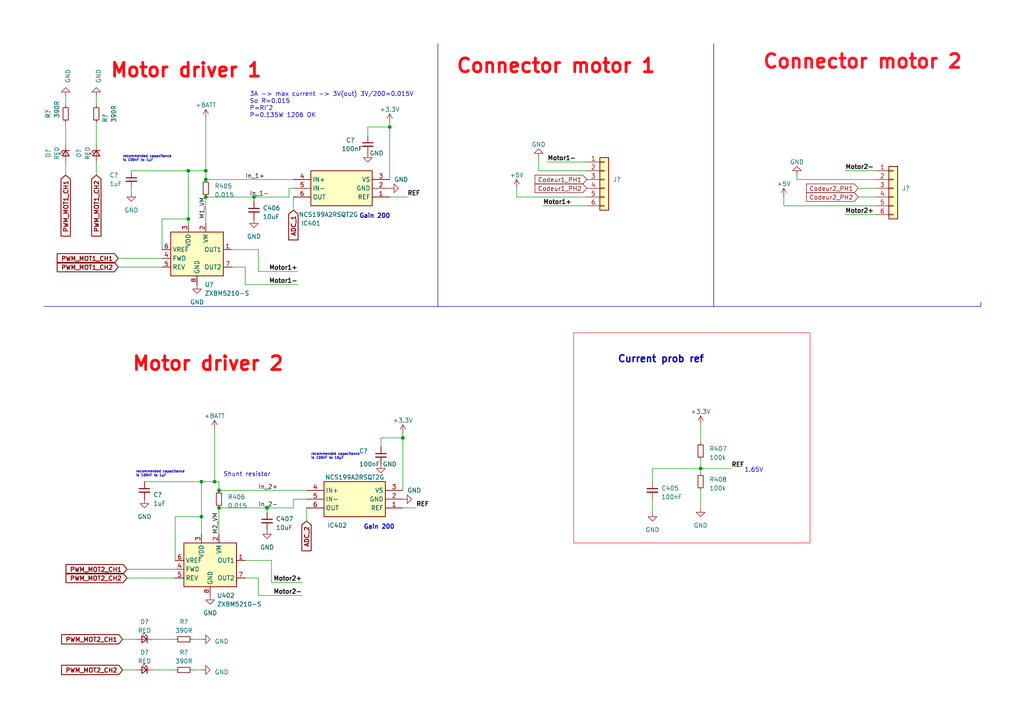
<source format=kicad_sch>
(kicad_sch (version 20230121) (generator eeschema)

  (uuid fb72d4b5-3434-48f2-9109-ead6e1af9027)

  (paper "A4")

  (title_block
    (title "Carte éléctronique Ludzinator")
    (date "2023-09-19")
    (rev "GILLES Baptiste")
  )

  (lib_symbols
    (symbol "Connector_Generic:Conn_01x06" (pin_names (offset 1.016) hide) (in_bom yes) (on_board yes)
      (property "Reference" "J" (at 0 7.62 0)
        (effects (font (size 1.27 1.27)))
      )
      (property "Value" "Conn_01x06" (at 0 -10.16 0)
        (effects (font (size 1.27 1.27)))
      )
      (property "Footprint" "" (at 0 0 0)
        (effects (font (size 1.27 1.27)) hide)
      )
      (property "Datasheet" "~" (at 0 0 0)
        (effects (font (size 1.27 1.27)) hide)
      )
      (property "ki_keywords" "connector" (at 0 0 0)
        (effects (font (size 1.27 1.27)) hide)
      )
      (property "ki_description" "Generic connector, single row, 01x06, script generated (kicad-library-utils/schlib/autogen/connector/)" (at 0 0 0)
        (effects (font (size 1.27 1.27)) hide)
      )
      (property "ki_fp_filters" "Connector*:*_1x??_*" (at 0 0 0)
        (effects (font (size 1.27 1.27)) hide)
      )
      (symbol "Conn_01x06_1_1"
        (rectangle (start -1.27 -7.493) (end 0 -7.747)
          (stroke (width 0.1524) (type default))
          (fill (type none))
        )
        (rectangle (start -1.27 -4.953) (end 0 -5.207)
          (stroke (width 0.1524) (type default))
          (fill (type none))
        )
        (rectangle (start -1.27 -2.413) (end 0 -2.667)
          (stroke (width 0.1524) (type default))
          (fill (type none))
        )
        (rectangle (start -1.27 0.127) (end 0 -0.127)
          (stroke (width 0.1524) (type default))
          (fill (type none))
        )
        (rectangle (start -1.27 2.667) (end 0 2.413)
          (stroke (width 0.1524) (type default))
          (fill (type none))
        )
        (rectangle (start -1.27 5.207) (end 0 4.953)
          (stroke (width 0.1524) (type default))
          (fill (type none))
        )
        (rectangle (start -1.27 6.35) (end 1.27 -8.89)
          (stroke (width 0.254) (type default))
          (fill (type background))
        )
        (pin passive line (at -5.08 5.08 0) (length 3.81)
          (name "Pin_1" (effects (font (size 1.27 1.27))))
          (number "1" (effects (font (size 1.27 1.27))))
        )
        (pin passive line (at -5.08 2.54 0) (length 3.81)
          (name "Pin_2" (effects (font (size 1.27 1.27))))
          (number "2" (effects (font (size 1.27 1.27))))
        )
        (pin passive line (at -5.08 0 0) (length 3.81)
          (name "Pin_3" (effects (font (size 1.27 1.27))))
          (number "3" (effects (font (size 1.27 1.27))))
        )
        (pin passive line (at -5.08 -2.54 0) (length 3.81)
          (name "Pin_4" (effects (font (size 1.27 1.27))))
          (number "4" (effects (font (size 1.27 1.27))))
        )
        (pin passive line (at -5.08 -5.08 0) (length 3.81)
          (name "Pin_5" (effects (font (size 1.27 1.27))))
          (number "5" (effects (font (size 1.27 1.27))))
        )
        (pin passive line (at -5.08 -7.62 0) (length 3.81)
          (name "Pin_6" (effects (font (size 1.27 1.27))))
          (number "6" (effects (font (size 1.27 1.27))))
        )
      )
    )
    (symbol "Device:C_Small" (pin_numbers hide) (pin_names (offset 0.254) hide) (in_bom yes) (on_board yes)
      (property "Reference" "C" (at 0.254 1.778 0)
        (effects (font (size 1.27 1.27)) (justify left))
      )
      (property "Value" "C_Small" (at 0.254 -2.032 0)
        (effects (font (size 1.27 1.27)) (justify left))
      )
      (property "Footprint" "" (at 0 0 0)
        (effects (font (size 1.27 1.27)) hide)
      )
      (property "Datasheet" "~" (at 0 0 0)
        (effects (font (size 1.27 1.27)) hide)
      )
      (property "ki_keywords" "capacitor cap" (at 0 0 0)
        (effects (font (size 1.27 1.27)) hide)
      )
      (property "ki_description" "Unpolarized capacitor, small symbol" (at 0 0 0)
        (effects (font (size 1.27 1.27)) hide)
      )
      (property "ki_fp_filters" "C_*" (at 0 0 0)
        (effects (font (size 1.27 1.27)) hide)
      )
      (symbol "C_Small_0_1"
        (polyline
          (pts
            (xy -1.524 -0.508)
            (xy 1.524 -0.508)
          )
          (stroke (width 0.3302) (type default))
          (fill (type none))
        )
        (polyline
          (pts
            (xy -1.524 0.508)
            (xy 1.524 0.508)
          )
          (stroke (width 0.3048) (type default))
          (fill (type none))
        )
      )
      (symbol "C_Small_1_1"
        (pin passive line (at 0 2.54 270) (length 2.032)
          (name "~" (effects (font (size 1.27 1.27))))
          (number "1" (effects (font (size 1.27 1.27))))
        )
        (pin passive line (at 0 -2.54 90) (length 2.032)
          (name "~" (effects (font (size 1.27 1.27))))
          (number "2" (effects (font (size 1.27 1.27))))
        )
      )
    )
    (symbol "Device:LED_Small" (pin_numbers hide) (pin_names (offset 0.254) hide) (in_bom yes) (on_board yes)
      (property "Reference" "D" (at -1.27 3.175 0)
        (effects (font (size 1.27 1.27)) (justify left))
      )
      (property "Value" "LED_Small" (at -4.445 -2.54 0)
        (effects (font (size 1.27 1.27)) (justify left))
      )
      (property "Footprint" "" (at 0 0 90)
        (effects (font (size 1.27 1.27)) hide)
      )
      (property "Datasheet" "~" (at 0 0 90)
        (effects (font (size 1.27 1.27)) hide)
      )
      (property "ki_keywords" "LED diode light-emitting-diode" (at 0 0 0)
        (effects (font (size 1.27 1.27)) hide)
      )
      (property "ki_description" "Light emitting diode, small symbol" (at 0 0 0)
        (effects (font (size 1.27 1.27)) hide)
      )
      (property "ki_fp_filters" "LED* LED_SMD:* LED_THT:*" (at 0 0 0)
        (effects (font (size 1.27 1.27)) hide)
      )
      (symbol "LED_Small_0_1"
        (polyline
          (pts
            (xy -0.762 -1.016)
            (xy -0.762 1.016)
          )
          (stroke (width 0.254) (type default))
          (fill (type none))
        )
        (polyline
          (pts
            (xy 1.016 0)
            (xy -0.762 0)
          )
          (stroke (width 0) (type default))
          (fill (type none))
        )
        (polyline
          (pts
            (xy 0.762 -1.016)
            (xy -0.762 0)
            (xy 0.762 1.016)
            (xy 0.762 -1.016)
          )
          (stroke (width 0.254) (type default))
          (fill (type none))
        )
        (polyline
          (pts
            (xy 0 0.762)
            (xy -0.508 1.27)
            (xy -0.254 1.27)
            (xy -0.508 1.27)
            (xy -0.508 1.016)
          )
          (stroke (width 0) (type default))
          (fill (type none))
        )
        (polyline
          (pts
            (xy 0.508 1.27)
            (xy 0 1.778)
            (xy 0.254 1.778)
            (xy 0 1.778)
            (xy 0 1.524)
          )
          (stroke (width 0) (type default))
          (fill (type none))
        )
      )
      (symbol "LED_Small_1_1"
        (pin passive line (at -2.54 0 0) (length 1.778)
          (name "K" (effects (font (size 1.27 1.27))))
          (number "1" (effects (font (size 1.27 1.27))))
        )
        (pin passive line (at 2.54 0 180) (length 1.778)
          (name "A" (effects (font (size 1.27 1.27))))
          (number "2" (effects (font (size 1.27 1.27))))
        )
      )
    )
    (symbol "Device:R_Small" (pin_numbers hide) (pin_names (offset 0.254) hide) (in_bom yes) (on_board yes)
      (property "Reference" "R" (at 0.762 0.508 0)
        (effects (font (size 1.27 1.27)) (justify left))
      )
      (property "Value" "R_Small" (at 0.762 -1.016 0)
        (effects (font (size 1.27 1.27)) (justify left))
      )
      (property "Footprint" "" (at 0 0 0)
        (effects (font (size 1.27 1.27)) hide)
      )
      (property "Datasheet" "~" (at 0 0 0)
        (effects (font (size 1.27 1.27)) hide)
      )
      (property "ki_keywords" "R resistor" (at 0 0 0)
        (effects (font (size 1.27 1.27)) hide)
      )
      (property "ki_description" "Resistor, small symbol" (at 0 0 0)
        (effects (font (size 1.27 1.27)) hide)
      )
      (property "ki_fp_filters" "R_*" (at 0 0 0)
        (effects (font (size 1.27 1.27)) hide)
      )
      (symbol "R_Small_0_1"
        (rectangle (start -0.762 1.778) (end 0.762 -1.778)
          (stroke (width 0.2032) (type default))
          (fill (type none))
        )
      )
      (symbol "R_Small_1_1"
        (pin passive line (at 0 2.54 270) (length 0.762)
          (name "~" (effects (font (size 1.27 1.27))))
          (number "1" (effects (font (size 1.27 1.27))))
        )
        (pin passive line (at 0 -2.54 90) (length 0.762)
          (name "~" (effects (font (size 1.27 1.27))))
          (number "2" (effects (font (size 1.27 1.27))))
        )
      )
    )
    (symbol "Driver_Motor:ZXBM5210-S" (in_bom yes) (on_board yes)
      (property "Reference" "U402" (at 1.9559 -7.62 0)
        (effects (font (size 1.27 1.27)) (justify left))
      )
      (property "Value" "ZXBM5210-S" (at 1.9559 -10.16 0)
        (effects (font (size 1.27 1.27)) (justify left))
      )
      (property "Footprint" "Package_SO:SOIC-8_3.9x4.9mm_P1.27mm" (at 1.27 -6.35 0)
        (effects (font (size 1.27 1.27)) hide)
      )
      (property "Datasheet" "https://www.diodes.com/assets/Datasheets/ZXBM5210.pdf" (at 0 0 0)
        (effects (font (size 1.27 1.27)) hide)
      )
      (property "ki_keywords" "H-bridge, motor driver, PWM, single coil" (at 0 0 0)
        (effects (font (size 1.27 1.27)) hide)
      )
      (property "ki_description" "Reversible DC motor drive with speed control, 3-18V, 0.85A, SOIC-8" (at 0 0 0)
        (effects (font (size 1.27 1.27)) hide)
      )
      (property "ki_fp_filters" "SOIC*3.9x4.9mm*P1.27mm*" (at 0 0 0)
        (effects (font (size 1.27 1.27)) hide)
      )
      (symbol "ZXBM5210-S_0_0"
        (pin output line (at 10.16 2.54 180) (length 2.54)
          (name "OUT1" (effects (font (size 1.27 1.27))))
          (number "1" (effects (font (size 1.27 1.27))))
        )
        (pin bidirectional line (at 2.54 10.16 270) (length 2.54)
          (name "VM" (effects (font (size 1.27 1.27))))
          (number "2" (effects (font (size 1.27 1.27))))
        )
        (pin power_in line (at -2.54 10.16 270) (length 2.54)
          (name "VDD" (effects (font (size 1.27 1.27))))
          (number "3" (effects (font (size 1.27 1.27))))
        )
        (pin input line (at -10.16 0 0) (length 2.54)
          (name "FWD" (effects (font (size 1.27 1.27))))
          (number "4" (effects (font (size 1.27 1.27))))
        )
        (pin input line (at -10.16 -2.54 0) (length 2.54)
          (name "REV" (effects (font (size 1.27 1.27))))
          (number "5" (effects (font (size 1.27 1.27))))
        )
        (pin input line (at -10.16 2.54 0) (length 2.54)
          (name "VREF" (effects (font (size 1.27 1.27))))
          (number "6" (effects (font (size 1.27 1.27))))
        )
        (pin output line (at 10.16 -2.54 180) (length 2.54)
          (name "OUT2" (effects (font (size 1.27 1.27))))
          (number "7" (effects (font (size 1.27 1.27))))
        )
        (pin bidirectional line (at 0 -7.62 90) (length 2.54)
          (name "GND" (effects (font (size 1.27 1.27))))
          (number "8" (effects (font (size 1.27 1.27))))
        )
      )
      (symbol "ZXBM5210-S_0_1"
        (rectangle (start -7.62 7.62) (end 7.62 -5.08)
          (stroke (width 0.254) (type default))
          (fill (type background))
        )
      )
    )
    (symbol "Ludzlib:NCS199A2RSQT2G" (in_bom yes) (on_board yes)
      (property "Reference" "IC" (at 24.13 7.62 0)
        (effects (font (size 1.27 1.27)) (justify left top))
      )
      (property "Value" "NCS199A2RSQT2G" (at 24.13 5.08 0)
        (effects (font (size 1.27 1.27)) (justify left top))
      )
      (property "Footprint" "SOT65P210X110-6N" (at 24.13 -94.92 0)
        (effects (font (size 1.27 1.27)) (justify left top) hide)
      )
      (property "Datasheet" "http://www.onsemi.com/pub/Collateral/NCS199A1R-D.PDF" (at 24.13 -194.92 0)
        (effects (font (size 1.27 1.27)) (justify left top) hide)
      )
      (property "Height" "1.1" (at 24.13 -394.92 0)
        (effects (font (size 1.27 1.27)) (justify left top) hide)
      )
      (property "Mouser Part Number" "863-NCS199A2RSQT2G" (at 24.13 -494.92 0)
        (effects (font (size 1.27 1.27)) (justify left top) hide)
      )
      (property "Mouser Price/Stock" "https://www.mouser.co.uk/ProductDetail/onsemi/NCS199A2RSQT2G?qs=MLItCLRbWswy48vDwGmPrw%3D%3D" (at 24.13 -594.92 0)
        (effects (font (size 1.27 1.27)) (justify left top) hide)
      )
      (property "Manufacturer_Name" "onsemi" (at 24.13 -694.92 0)
        (effects (font (size 1.27 1.27)) (justify left top) hide)
      )
      (property "Manufacturer_Part_Number" "NCS199A2RSQT2G" (at 24.13 -794.92 0)
        (effects (font (size 1.27 1.27)) (justify left top) hide)
      )
      (property "ki_description" "CURRENT SENSE AMP G=100" (at 0 0 0)
        (effects (font (size 1.27 1.27)) hide)
      )
      (symbol "NCS199A2RSQT2G_1_1"
        (rectangle (start 5.08 2.54) (end 22.86 -7.62)
          (stroke (width 0.254) (type default))
          (fill (type background))
        )
        (pin passive line (at 0 0 0) (length 5.08)
          (name "REF" (effects (font (size 1.27 1.27))))
          (number "1" (effects (font (size 1.27 1.27))))
        )
        (pin passive line (at 0 -2.54 0) (length 5.08)
          (name "GND" (effects (font (size 1.27 1.27))))
          (number "2" (effects (font (size 1.27 1.27))))
        )
        (pin passive line (at 0 -5.08 0) (length 5.08)
          (name "VS" (effects (font (size 1.27 1.27))))
          (number "3" (effects (font (size 1.27 1.27))))
        )
        (pin passive line (at 27.94 -5.08 180) (length 5.08)
          (name "IN+" (effects (font (size 1.27 1.27))))
          (number "4" (effects (font (size 1.27 1.27))))
        )
        (pin passive line (at 27.94 -2.54 180) (length 5.08)
          (name "IN-" (effects (font (size 1.27 1.27))))
          (number "5" (effects (font (size 1.27 1.27))))
        )
        (pin passive line (at 27.94 0 180) (length 5.08)
          (name "OUT" (effects (font (size 1.27 1.27))))
          (number "6" (effects (font (size 1.27 1.27))))
        )
      )
    )
    (symbol "ZXBM5210-S_1" (in_bom yes) (on_board yes)
      (property "Reference" "U101" (at 2.1941 -7.62 0)
        (effects (font (size 1.27 1.27)) (justify left))
      )
      (property "Value" "ZXBM5210-S" (at 2.1941 -10.16 0)
        (effects (font (size 1.27 1.27)) (justify left))
      )
      (property "Footprint" "Package_SO:SOIC-8_3.9x4.9mm_P1.27mm" (at 1.27 -6.35 0)
        (effects (font (size 1.27 1.27)) hide)
      )
      (property "Datasheet" "https://www.diodes.com/assets/Datasheets/ZXBM5210.pdf" (at 0 0 0)
        (effects (font (size 1.27 1.27)) hide)
      )
      (property "ki_keywords" "H-bridge, motor driver, PWM, single coil" (at 0 0 0)
        (effects (font (size 1.27 1.27)) hide)
      )
      (property "ki_description" "Reversible DC motor drive with speed control, 3-18V, 0.85A, SOIC-8" (at 0 0 0)
        (effects (font (size 1.27 1.27)) hide)
      )
      (property "ki_fp_filters" "SOIC*3.9x4.9mm*P1.27mm*" (at 0 0 0)
        (effects (font (size 1.27 1.27)) hide)
      )
      (symbol "ZXBM5210-S_1_0_0"
        (pin output line (at 10.16 2.54 180) (length 2.54)
          (name "OUT1" (effects (font (size 1.27 1.27))))
          (number "1" (effects (font (size 1.27 1.27))))
        )
        (pin bidirectional line (at 2.54 10.16 270) (length 2.54)
          (name "VM" (effects (font (size 1.27 1.27))))
          (number "2" (effects (font (size 1.27 1.27))))
        )
        (pin power_in line (at -2.54 10.16 270) (length 2.54)
          (name "VDD" (effects (font (size 1.27 1.27))))
          (number "3" (effects (font (size 1.27 1.27))))
        )
        (pin input line (at -10.16 0 0) (length 2.54)
          (name "FWD" (effects (font (size 1.27 1.27))))
          (number "4" (effects (font (size 1.27 1.27))))
        )
        (pin input line (at -10.16 -2.54 0) (length 2.54)
          (name "REV" (effects (font (size 1.27 1.27))))
          (number "5" (effects (font (size 1.27 1.27))))
        )
        (pin input line (at -10.16 2.54 0) (length 2.54)
          (name "VREF" (effects (font (size 1.27 1.27))))
          (number "6" (effects (font (size 1.27 1.27))))
        )
        (pin output line (at 10.16 -2.54 180) (length 2.54)
          (name "OUT2" (effects (font (size 1.27 1.27))))
          (number "7" (effects (font (size 1.27 1.27))))
        )
        (pin bidirectional line (at 0 -7.62 90) (length 2.54)
          (name "GND" (effects (font (size 1.27 1.27))))
          (number "8" (effects (font (size 1.27 1.27))))
        )
      )
      (symbol "ZXBM5210-S_1_0_1"
        (rectangle (start -7.62 7.62) (end 7.62 -5.08)
          (stroke (width 0.254) (type default))
          (fill (type background))
        )
      )
    )
    (symbol "power:+3.3V" (power) (pin_names (offset 0)) (in_bom yes) (on_board yes)
      (property "Reference" "#PWR" (at 0 -3.81 0)
        (effects (font (size 1.27 1.27)) hide)
      )
      (property "Value" "+3.3V" (at 0 3.556 0)
        (effects (font (size 1.27 1.27)))
      )
      (property "Footprint" "" (at 0 0 0)
        (effects (font (size 1.27 1.27)) hide)
      )
      (property "Datasheet" "" (at 0 0 0)
        (effects (font (size 1.27 1.27)) hide)
      )
      (property "ki_keywords" "global power" (at 0 0 0)
        (effects (font (size 1.27 1.27)) hide)
      )
      (property "ki_description" "Power symbol creates a global label with name \"+3.3V\"" (at 0 0 0)
        (effects (font (size 1.27 1.27)) hide)
      )
      (symbol "+3.3V_0_1"
        (polyline
          (pts
            (xy -0.762 1.27)
            (xy 0 2.54)
          )
          (stroke (width 0) (type default))
          (fill (type none))
        )
        (polyline
          (pts
            (xy 0 0)
            (xy 0 2.54)
          )
          (stroke (width 0) (type default))
          (fill (type none))
        )
        (polyline
          (pts
            (xy 0 2.54)
            (xy 0.762 1.27)
          )
          (stroke (width 0) (type default))
          (fill (type none))
        )
      )
      (symbol "+3.3V_1_1"
        (pin power_in line (at 0 0 90) (length 0) hide
          (name "+3.3V" (effects (font (size 1.27 1.27))))
          (number "1" (effects (font (size 1.27 1.27))))
        )
      )
    )
    (symbol "power:+5V" (power) (pin_names (offset 0)) (in_bom yes) (on_board yes)
      (property "Reference" "#PWR" (at 0 -3.81 0)
        (effects (font (size 1.27 1.27)) hide)
      )
      (property "Value" "+5V" (at 0 3.556 0)
        (effects (font (size 1.27 1.27)))
      )
      (property "Footprint" "" (at 0 0 0)
        (effects (font (size 1.27 1.27)) hide)
      )
      (property "Datasheet" "" (at 0 0 0)
        (effects (font (size 1.27 1.27)) hide)
      )
      (property "ki_keywords" "global power" (at 0 0 0)
        (effects (font (size 1.27 1.27)) hide)
      )
      (property "ki_description" "Power symbol creates a global label with name \"+5V\"" (at 0 0 0)
        (effects (font (size 1.27 1.27)) hide)
      )
      (symbol "+5V_0_1"
        (polyline
          (pts
            (xy -0.762 1.27)
            (xy 0 2.54)
          )
          (stroke (width 0) (type default))
          (fill (type none))
        )
        (polyline
          (pts
            (xy 0 0)
            (xy 0 2.54)
          )
          (stroke (width 0) (type default))
          (fill (type none))
        )
        (polyline
          (pts
            (xy 0 2.54)
            (xy 0.762 1.27)
          )
          (stroke (width 0) (type default))
          (fill (type none))
        )
      )
      (symbol "+5V_1_1"
        (pin power_in line (at 0 0 90) (length 0) hide
          (name "+5V" (effects (font (size 1.27 1.27))))
          (number "1" (effects (font (size 1.27 1.27))))
        )
      )
    )
    (symbol "power:+BATT" (power) (pin_names (offset 0)) (in_bom yes) (on_board yes)
      (property "Reference" "#PWR" (at 0 -3.81 0)
        (effects (font (size 1.27 1.27)) hide)
      )
      (property "Value" "+BATT" (at 0 3.556 0)
        (effects (font (size 1.27 1.27)))
      )
      (property "Footprint" "" (at 0 0 0)
        (effects (font (size 1.27 1.27)) hide)
      )
      (property "Datasheet" "" (at 0 0 0)
        (effects (font (size 1.27 1.27)) hide)
      )
      (property "ki_keywords" "global power battery" (at 0 0 0)
        (effects (font (size 1.27 1.27)) hide)
      )
      (property "ki_description" "Power symbol creates a global label with name \"+BATT\"" (at 0 0 0)
        (effects (font (size 1.27 1.27)) hide)
      )
      (symbol "+BATT_0_1"
        (polyline
          (pts
            (xy -0.762 1.27)
            (xy 0 2.54)
          )
          (stroke (width 0) (type default))
          (fill (type none))
        )
        (polyline
          (pts
            (xy 0 0)
            (xy 0 2.54)
          )
          (stroke (width 0) (type default))
          (fill (type none))
        )
        (polyline
          (pts
            (xy 0 2.54)
            (xy 0.762 1.27)
          )
          (stroke (width 0) (type default))
          (fill (type none))
        )
      )
      (symbol "+BATT_1_1"
        (pin power_in line (at 0 0 90) (length 0) hide
          (name "+BATT" (effects (font (size 1.27 1.27))))
          (number "1" (effects (font (size 1.27 1.27))))
        )
      )
    )
    (symbol "power:GND" (power) (pin_names (offset 0)) (in_bom yes) (on_board yes)
      (property "Reference" "#PWR" (at 0 -6.35 0)
        (effects (font (size 1.27 1.27)) hide)
      )
      (property "Value" "GND" (at 0 -3.81 0)
        (effects (font (size 1.27 1.27)))
      )
      (property "Footprint" "" (at 0 0 0)
        (effects (font (size 1.27 1.27)) hide)
      )
      (property "Datasheet" "" (at 0 0 0)
        (effects (font (size 1.27 1.27)) hide)
      )
      (property "ki_keywords" "global power" (at 0 0 0)
        (effects (font (size 1.27 1.27)) hide)
      )
      (property "ki_description" "Power symbol creates a global label with name \"GND\" , ground" (at 0 0 0)
        (effects (font (size 1.27 1.27)) hide)
      )
      (symbol "GND_0_1"
        (polyline
          (pts
            (xy 0 0)
            (xy 0 -1.27)
            (xy 1.27 -1.27)
            (xy 0 -2.54)
            (xy -1.27 -1.27)
            (xy 0 -1.27)
          )
          (stroke (width 0) (type default))
          (fill (type none))
        )
      )
      (symbol "GND_1_1"
        (pin power_in line (at 0 0 270) (length 0) hide
          (name "GND" (effects (font (size 1.27 1.27))))
          (number "1" (effects (font (size 1.27 1.27))))
        )
      )
    )
  )

  (junction (at 58.42 139.7) (diameter 0) (color 0 0 0 0)
    (uuid 2012e3b4-9c95-4ee8-8c65-8cd5ba64c7e0)
  )
  (junction (at 73.66 57.15) (diameter 0) (color 0 0 0 0)
    (uuid 3a25eaa4-1eca-4e76-8d1b-468904958dbc)
  )
  (junction (at 59.69 49.53) (diameter 0) (color 0 0 0 0)
    (uuid 4338376d-3d33-42d2-a04f-7513d7d6d9d5)
  )
  (junction (at 77.47 147.32) (diameter 0) (color 0 0 0 0)
    (uuid 5cd11c98-11be-4f4a-b520-11718bc2212c)
  )
  (junction (at 59.69 52.07) (diameter 0) (color 0 0 0 0)
    (uuid 6ced36ab-399d-4e39-b695-d08fa316c939)
  )
  (junction (at 203.2 135.89) (diameter 0) (color 0 0 0 0)
    (uuid 6fea7d2c-e348-4dcf-a82d-62d932e76c82)
  )
  (junction (at 54.61 63.5) (diameter 0) (color 0 0 0 0)
    (uuid 769b0667-8d10-44f5-a908-edb54da448f9)
  )
  (junction (at 58.42 149.86) (diameter 0) (color 0 0 0 0)
    (uuid 8705f828-06fd-42bb-8847-154163051b6f)
  )
  (junction (at 116.84 127) (diameter 0) (color 0 0 0 0)
    (uuid 9767a0cf-634a-43be-a729-7662ec175425)
  )
  (junction (at 62.23 139.7) (diameter 0) (color 0 0 0 0)
    (uuid aa88d383-0c75-46d5-9da5-9a9e00c93d80)
  )
  (junction (at 59.69 57.15) (diameter 0) (color 0 0 0 0)
    (uuid b8889aac-dc5b-4dea-8885-5aeb46aa9fb4)
  )
  (junction (at 54.61 49.53) (diameter 0) (color 0 0 0 0)
    (uuid d5eecfb6-862f-4db0-a7f3-57e90b42c152)
  )
  (junction (at 63.5 142.24) (diameter 0) (color 0 0 0 0)
    (uuid e5b0d017-926b-495c-b523-2d546ccdcdb5)
  )
  (junction (at 113.03 36.83) (diameter 0) (color 0 0 0 0)
    (uuid f1ed77b1-e14d-49ca-ad15-e5fabfc2644e)
  )
  (junction (at 63.5 147.32) (diameter 0) (color 0 0 0 0)
    (uuid f728e0d9-2cb7-4d5b-896c-575e1634034a)
  )

  (wire (pts (xy 34.29 77.47) (xy 46.99 77.47))
    (stroke (width 0) (type default))
    (uuid 003f9d60-886d-42b8-b607-756d8354f4bf)
  )
  (wire (pts (xy 50.8 149.86) (xy 50.8 162.56))
    (stroke (width 0) (type default))
    (uuid 023db81c-6f49-4112-a3c9-7d2da413eec5)
  )
  (wire (pts (xy 19.05 41.91) (xy 19.05 35.56))
    (stroke (width 0) (type default))
    (uuid 04791d49-22e9-484e-9120-f16457cf016c)
  )
  (wire (pts (xy 118.11 57.15) (xy 113.03 57.15))
    (stroke (width 0) (type default))
    (uuid 0592fff2-0151-4565-bda7-7a3d905428b9)
  )
  (polyline (pts (xy 12.7 88.9) (xy 284.48 88.9))
    (stroke (width 0) (type default))
    (uuid 0b330d8d-a0c9-478a-9f7b-a9669893fe1c)
  )

  (wire (pts (xy 46.99 63.5) (xy 54.61 63.5))
    (stroke (width 0) (type default))
    (uuid 10dcb505-ddbe-4306-8d39-a55000d5cae5)
  )
  (wire (pts (xy 50.8 149.86) (xy 58.42 149.86))
    (stroke (width 0) (type default))
    (uuid 115c3a63-c504-4d40-9d91-77a4fb462e87)
  )
  (wire (pts (xy 58.42 139.7) (xy 62.23 139.7))
    (stroke (width 0) (type default))
    (uuid 1275253e-9d0e-4f06-963d-33763193978c)
  )
  (wire (pts (xy 88.9 147.32) (xy 88.9 151.13))
    (stroke (width 0) (type default))
    (uuid 1344ca8a-3b47-4886-afae-4960c6ead049)
  )
  (wire (pts (xy 19.05 30.48) (xy 19.05 27.94))
    (stroke (width 0) (type default))
    (uuid 1af008e2-0a80-492a-bbb5-87b89db176ff)
  )
  (wire (pts (xy 59.69 57.15) (xy 59.69 64.77))
    (stroke (width 0) (type default))
    (uuid 1bf8efc3-88b9-4ac9-bd9b-6bf2eb27c3cf)
  )
  (wire (pts (xy 189.23 144.78) (xy 189.23 148.59))
    (stroke (width 0) (type default))
    (uuid 1e2a1b79-4110-49b1-8558-891a0558dd56)
  )
  (wire (pts (xy 58.42 139.7) (xy 41.91 139.7))
    (stroke (width 0) (type default))
    (uuid 24740f43-f61e-4990-a1fc-49f63274d6bb)
  )
  (wire (pts (xy 116.84 147.32) (xy 120.65 147.32))
    (stroke (width 0) (type default))
    (uuid 24e65a33-0c1e-4069-8ff5-776f8b2790e5)
  )
  (wire (pts (xy 116.84 127) (xy 116.84 142.24))
    (stroke (width 0) (type default))
    (uuid 2652e6ba-ebc4-4c7e-ae5b-1a482d510704)
  )
  (wire (pts (xy 73.66 58.42) (xy 73.66 57.15))
    (stroke (width 0) (type default))
    (uuid 28cfdb09-b89b-4c6c-993f-587b09076aec)
  )
  (wire (pts (xy 116.84 125.73) (xy 116.84 127))
    (stroke (width 0) (type default))
    (uuid 2c935394-e3a0-4af4-97c2-dbd3d2908d45)
  )
  (polyline (pts (xy 127 12.7) (xy 127 88.9))
    (stroke (width 0) (type default))
    (uuid 2ef7e5cb-4bc7-40ce-aa85-8b66e070d85c)
  )

  (wire (pts (xy 203.2 123.19) (xy 203.2 128.27))
    (stroke (width 0) (type default))
    (uuid 31254c28-681e-4f15-a3d9-5f268c538a1c)
  )
  (wire (pts (xy 157.48 59.69) (xy 170.18 59.69))
    (stroke (width 0) (type default))
    (uuid 3c0a8d6b-56cc-4793-98cb-81a574be9fb1)
  )
  (wire (pts (xy 74.93 78.74) (xy 74.93 72.39))
    (stroke (width 0) (type default))
    (uuid 425b40a7-d2b8-4c94-ad23-d8024dc8b58f)
  )
  (wire (pts (xy 36.83 165.1) (xy 50.8 165.1))
    (stroke (width 0) (type default))
    (uuid 4355c227-8a6f-4503-8a59-fb9044003200)
  )
  (wire (pts (xy 59.69 49.53) (xy 59.69 52.07))
    (stroke (width 0) (type default))
    (uuid 43bc7003-1e3c-4fc5-b01d-99457b4d1ab0)
  )
  (wire (pts (xy 170.18 49.53) (xy 156.21 49.53))
    (stroke (width 0) (type default))
    (uuid 4498c988-61c6-408b-8b5c-6175cc2dd6da)
  )
  (wire (pts (xy 74.93 167.64) (xy 71.12 167.64))
    (stroke (width 0) (type default))
    (uuid 44c70b7d-1d21-4ffa-9240-b99a1701e37d)
  )
  (wire (pts (xy 54.61 63.5) (xy 54.61 64.77))
    (stroke (width 0) (type default))
    (uuid 485163be-1dfc-448c-937b-f6e12ec76ad7)
  )
  (wire (pts (xy 85.09 57.15) (xy 85.09 60.96))
    (stroke (width 0) (type default))
    (uuid 495ddb21-e903-49d0-9f01-3f03feeef787)
  )
  (wire (pts (xy 44.45 185.42) (xy 50.8 185.42))
    (stroke (width 0) (type default))
    (uuid 497e7f17-0b94-4e50-82e2-4334a92a0b8d)
  )
  (wire (pts (xy 38.1 49.53) (xy 54.61 49.53))
    (stroke (width 0) (type default))
    (uuid 5364fb23-8447-4fa2-b50f-0a51cbd39cd7)
  )
  (wire (pts (xy 74.93 172.72) (xy 74.93 167.64))
    (stroke (width 0) (type default))
    (uuid 5646c628-b9cb-4fb2-a988-d90bbf117b6a)
  )
  (wire (pts (xy 149.86 54.61) (xy 149.86 57.15))
    (stroke (width 0) (type default))
    (uuid 5b549b0c-ae08-40ed-b033-83cf20c65f99)
  )
  (wire (pts (xy 44.45 194.31) (xy 50.8 194.31))
    (stroke (width 0) (type default))
    (uuid 60427119-ea96-4197-8c6b-c7d73d8ae2b0)
  )
  (wire (pts (xy 27.94 50.8) (xy 27.94 46.99))
    (stroke (width 0) (type default))
    (uuid 60c1683e-23fc-4e98-93e8-8bdb4431586a)
  )
  (wire (pts (xy 19.05 50.8) (xy 19.05 46.99))
    (stroke (width 0) (type default))
    (uuid 630168e1-e789-4070-9547-6665bb911890)
  )
  (wire (pts (xy 78.74 162.56) (xy 71.12 162.56))
    (stroke (width 0) (type default))
    (uuid 644c18b5-9234-4448-909d-6ca88a36b3da)
  )
  (wire (pts (xy 227.33 59.69) (xy 254 59.69))
    (stroke (width 0) (type default))
    (uuid 65f574e8-dfc3-44e9-ac5d-def99da40453)
  )
  (wire (pts (xy 203.2 135.89) (xy 212.09 135.89))
    (stroke (width 0) (type default))
    (uuid 672181f5-b2f5-49fc-b413-c43ea6d028b5)
  )
  (wire (pts (xy 83.82 54.61) (xy 85.09 54.61))
    (stroke (width 0) (type default))
    (uuid 6a7ba454-413c-48a6-9926-a634d6e34137)
  )
  (wire (pts (xy 254 49.53) (xy 245.11 49.53))
    (stroke (width 0) (type default))
    (uuid 6b876bf6-5994-43b3-8e67-871a3d54c6b4)
  )
  (wire (pts (xy 71.12 77.47) (xy 67.31 77.47))
    (stroke (width 0) (type default))
    (uuid 6fdfd0ef-2f8c-415b-b881-6b79fd049933)
  )
  (wire (pts (xy 227.33 57.15) (xy 227.33 59.69))
    (stroke (width 0) (type default))
    (uuid 78a60d3d-522b-48c4-9f1f-fb2b606c6da2)
  )
  (wire (pts (xy 59.69 57.15) (xy 73.66 57.15))
    (stroke (width 0) (type default))
    (uuid 7b6ae4ae-b0d0-42a0-a5b3-26437570f8f3)
  )
  (wire (pts (xy 46.99 63.5) (xy 46.99 72.39))
    (stroke (width 0) (type default))
    (uuid 7e2c2a2f-19b8-4c84-8ec6-23f90ab33841)
  )
  (wire (pts (xy 63.5 139.7) (xy 62.23 139.7))
    (stroke (width 0) (type default))
    (uuid 81f5de2b-3a55-4eb2-9474-58f6f5580812)
  )
  (wire (pts (xy 58.42 149.86) (xy 58.42 139.7))
    (stroke (width 0) (type default))
    (uuid 891cbb17-4348-4e32-b3a7-ed0fef12f49e)
  )
  (wire (pts (xy 85.09 144.78) (xy 85.09 147.32))
    (stroke (width 0) (type default))
    (uuid 89788ed6-97e3-41be-a6ee-ff0f7158dc67)
  )
  (wire (pts (xy 59.69 52.07) (xy 85.09 52.07))
    (stroke (width 0) (type default))
    (uuid 8aff96a5-1c61-46ed-8d90-79a2f754fca1)
  )
  (wire (pts (xy 63.5 142.24) (xy 88.9 142.24))
    (stroke (width 0) (type default))
    (uuid 8e35db79-c9a6-4fb5-8ab7-8358e4404525)
  )
  (wire (pts (xy 59.69 34.29) (xy 59.69 49.53))
    (stroke (width 0) (type default))
    (uuid 8f064675-d712-413d-a624-2da8ab429553)
  )
  (wire (pts (xy 27.94 30.48) (xy 27.94 27.94))
    (stroke (width 0) (type default))
    (uuid 9386cd5c-626b-4807-9266-1c5478f94f1f)
  )
  (wire (pts (xy 254 57.15) (xy 248.92 57.15))
    (stroke (width 0) (type default))
    (uuid 94411873-0351-4a8a-b92e-3e4a69d620c7)
  )
  (wire (pts (xy 110.49 127) (xy 110.49 129.54))
    (stroke (width 0) (type default))
    (uuid 96186c16-f119-4d6b-8e66-25665ddbb675)
  )
  (wire (pts (xy 116.84 127) (xy 110.49 127))
    (stroke (width 0) (type default))
    (uuid 9ad929b9-b192-4d03-a570-bb402dd3e244)
  )
  (wire (pts (xy 231.14 52.07) (xy 254 52.07))
    (stroke (width 0) (type default))
    (uuid 9b6f2d6e-4dae-45e7-b661-fd585d17b027)
  )
  (wire (pts (xy 86.36 78.74) (xy 74.93 78.74))
    (stroke (width 0) (type default))
    (uuid 9ba18dd7-3e61-495b-bbd3-d5a25d805be8)
  )
  (wire (pts (xy 86.36 82.55) (xy 71.12 82.55))
    (stroke (width 0) (type default))
    (uuid a054cb0a-4fda-4129-9118-5d74505ad12f)
  )
  (wire (pts (xy 55.88 194.31) (xy 58.42 194.31))
    (stroke (width 0) (type default))
    (uuid a3246953-0896-45f7-b04e-181c1c2fd816)
  )
  (wire (pts (xy 35.56 194.31) (xy 39.37 194.31))
    (stroke (width 0) (type default))
    (uuid a6008601-2c6c-4deb-9dcf-737dea9e17aa)
  )
  (wire (pts (xy 203.2 133.35) (xy 203.2 135.89))
    (stroke (width 0) (type default))
    (uuid a6bb8d4a-3247-4569-b86a-321d1f729e51)
  )
  (wire (pts (xy 36.83 167.64) (xy 50.8 167.64))
    (stroke (width 0) (type default))
    (uuid ac4d9976-2775-4c47-a527-50d17f7ff08d)
  )
  (wire (pts (xy 189.23 135.89) (xy 189.23 139.7))
    (stroke (width 0) (type default))
    (uuid ae53e5b0-91a3-4857-a4af-7bc51064328b)
  )
  (wire (pts (xy 77.47 147.32) (xy 85.09 147.32))
    (stroke (width 0) (type default))
    (uuid af1038f3-94fc-4611-8011-5111c21c6bb8)
  )
  (wire (pts (xy 73.66 57.15) (xy 83.82 57.15))
    (stroke (width 0) (type default))
    (uuid b011233a-b5a2-43c4-accb-edb6c70ed577)
  )
  (wire (pts (xy 83.82 57.15) (xy 83.82 54.61))
    (stroke (width 0) (type default))
    (uuid b040f819-6d67-4a91-94bf-fadcb919aed1)
  )
  (wire (pts (xy 55.88 185.42) (xy 58.42 185.42))
    (stroke (width 0) (type default))
    (uuid b0649d70-3587-4257-bdda-33f77bd9d5ff)
  )
  (wire (pts (xy 74.93 172.72) (xy 87.63 172.72))
    (stroke (width 0) (type default))
    (uuid b1337295-67eb-4a87-b561-0cba9385ce00)
  )
  (wire (pts (xy 78.74 168.91) (xy 87.63 168.91))
    (stroke (width 0) (type default))
    (uuid b6354c09-102e-418a-afff-b25a826bd8cc)
  )
  (wire (pts (xy 203.2 135.89) (xy 189.23 135.89))
    (stroke (width 0) (type default))
    (uuid b66bc60b-dde4-4ca1-a086-31f1a39d4549)
  )
  (wire (pts (xy 158.75 46.99) (xy 170.18 46.99))
    (stroke (width 0) (type default))
    (uuid b88678d7-cbfc-4e66-af53-dd1f27fdad69)
  )
  (wire (pts (xy 113.03 35.56) (xy 113.03 36.83))
    (stroke (width 0) (type default))
    (uuid ba2eaf89-c840-46a5-8bfc-323c39c8b85d)
  )
  (wire (pts (xy 35.56 185.42) (xy 39.37 185.42))
    (stroke (width 0) (type default))
    (uuid be7bd1e0-2ecb-474e-8b23-8dc916b5d061)
  )
  (wire (pts (xy 254 62.23) (xy 245.11 62.23))
    (stroke (width 0) (type default))
    (uuid c249a19a-7442-44fd-bffa-05815b3a48f1)
  )
  (wire (pts (xy 156.21 45.72) (xy 156.21 49.53))
    (stroke (width 0) (type default))
    (uuid c42adfe6-0738-4326-905b-5a435b572ae1)
  )
  (wire (pts (xy 170.18 57.15) (xy 149.86 57.15))
    (stroke (width 0) (type default))
    (uuid c6aafcbf-db65-40f1-8e37-d40017dc108b)
  )
  (wire (pts (xy 58.42 149.86) (xy 58.42 154.94))
    (stroke (width 0) (type default))
    (uuid c8cb1ffc-4b6e-4452-bdbf-cb5c7c96b351)
  )
  (wire (pts (xy 38.1 55.88) (xy 38.1 54.61))
    (stroke (width 0) (type default))
    (uuid c96a224c-6640-4bce-acf9-73f6e66bc23d)
  )
  (wire (pts (xy 78.74 168.91) (xy 78.74 162.56))
    (stroke (width 0) (type default))
    (uuid c970510a-7a55-4e93-a455-00e2eb374a30)
  )
  (wire (pts (xy 77.47 148.59) (xy 77.47 147.32))
    (stroke (width 0) (type default))
    (uuid caa18b32-6ee9-4015-84f8-ad752bd44d11)
  )
  (wire (pts (xy 54.61 49.53) (xy 59.69 49.53))
    (stroke (width 0) (type default))
    (uuid cb4170fe-2a76-4479-a394-a4411f3892f3)
  )
  (wire (pts (xy 74.93 72.39) (xy 67.31 72.39))
    (stroke (width 0) (type default))
    (uuid cf56754f-1aab-43c8-afee-032c4d2156ca)
  )
  (polyline (pts (xy 207.01 12.7) (xy 207.01 88.9))
    (stroke (width 0) (type default))
    (uuid cfca3a60-c18d-40d0-9595-d69e2a7081bf)
  )

  (wire (pts (xy 71.12 82.55) (xy 71.12 77.47))
    (stroke (width 0) (type default))
    (uuid d5650769-73e5-4bdf-854c-572229783e59)
  )
  (wire (pts (xy 54.61 49.53) (xy 54.61 63.5))
    (stroke (width 0) (type default))
    (uuid dd4948eb-4c2b-4fe5-a2d5-06bb516de730)
  )
  (wire (pts (xy 231.14 52.07) (xy 231.14 50.8))
    (stroke (width 0) (type default))
    (uuid ddf351bb-f31e-4e5b-9320-021554694496)
  )
  (wire (pts (xy 106.68 36.83) (xy 106.68 39.37))
    (stroke (width 0) (type default))
    (uuid de6d124b-e6ae-4111-813d-f260adf38e7f)
  )
  (wire (pts (xy 203.2 142.24) (xy 203.2 147.32))
    (stroke (width 0) (type default))
    (uuid deca67cb-51ef-4097-8a93-c99edd0735cf)
  )
  (wire (pts (xy 27.94 41.91) (xy 27.94 35.56))
    (stroke (width 0) (type default))
    (uuid df34ce47-3fd6-4cba-84f1-e0bbc682bd83)
  )
  (wire (pts (xy 62.23 124.46) (xy 62.23 139.7))
    (stroke (width 0) (type default))
    (uuid e3cea2f2-cf1c-4112-a7a2-a3aa866da849)
  )
  (wire (pts (xy 85.09 144.78) (xy 88.9 144.78))
    (stroke (width 0) (type default))
    (uuid ebe51eae-5ffa-4f75-af2b-5f48bff178a0)
  )
  (wire (pts (xy 63.5 147.32) (xy 77.47 147.32))
    (stroke (width 0) (type default))
    (uuid ec1713fa-cb04-4740-a63c-82092970d173)
  )
  (wire (pts (xy 113.03 36.83) (xy 113.03 52.07))
    (stroke (width 0) (type default))
    (uuid ef33f2a4-d4bf-484b-acd2-b1b1b8ae0c36)
  )
  (polyline (pts (xy 284.48 87.63) (xy 284.48 88.9))
    (stroke (width 0) (type default))
    (uuid ef554391-7b70-48e5-b064-d6bf1ea0e98a)
  )

  (wire (pts (xy 34.29 74.93) (xy 46.99 74.93))
    (stroke (width 0) (type default))
    (uuid ef80a13a-a412-4150-9fbd-db7911c99bc4)
  )
  (wire (pts (xy 113.03 36.83) (xy 106.68 36.83))
    (stroke (width 0) (type default))
    (uuid f5157648-d66e-43d0-b2c4-46d3e3de3de0)
  )
  (wire (pts (xy 63.5 147.32) (xy 63.5 154.94))
    (stroke (width 0) (type default))
    (uuid fade843d-81d9-4c95-8a6a-4b02e18639cc)
  )
  (wire (pts (xy 63.5 139.7) (xy 63.5 142.24))
    (stroke (width 0) (type default))
    (uuid fd8a7b28-84f5-4ada-b146-92ac2e24e96c)
  )
  (wire (pts (xy 254 54.61) (xy 248.92 54.61))
    (stroke (width 0) (type default))
    (uuid fdfed10a-233b-4d1e-b97b-8db1a6e3b8f2)
  )
  (wire (pts (xy 203.2 135.89) (xy 203.2 137.16))
    (stroke (width 0) (type default))
    (uuid fedac1a4-f696-452f-bd80-e2ac413b86f6)
  )

  (rectangle (start 166.37 96.52) (end 234.95 157.48)
    (stroke (width 0) (type default) (color 255 22 26 1))
    (fill (type none))
    (uuid f31a5ba1-1f07-4008-be61-9bcf1850dc2a)
  )

  (text "recommended capacitance \nis 100nF to 10μF" (at 90.17 133.35 0)
    (effects (font (size 0.7 0.7)) (justify left bottom))
    (uuid 06f3c43e-12be-4f44-afaf-c3c38ed97698)
  )
  (text "Gain 200" (at 105.41 153.67 0)
    (effects (font (size 1.27 1.27) bold) (justify left bottom))
    (uuid 0cf1869d-8214-4aee-b112-aaad78c3993d)
  )
  (text "Gain 200" (at 104.14 63.5 0)
    (effects (font (size 1.27 1.27) bold) (justify left bottom))
    (uuid 0e07b5e0-26bc-4e21-bdab-acfeb4a856c2)
  )
  (text "Shunt resistor" (at 64.77 138.43 0)
    (effects (font (size 1.27 1.27)) (justify left bottom))
    (uuid 20c81ba2-a6d3-4c7c-8bd6-b75907903818)
  )
  (text "Current prob ref" (at 179.07 105.41 0)
    (effects (font (size 2 2) (thickness 0.4) bold) (justify left bottom))
    (uuid 35705c84-14f4-4b20-a19b-c9ce221b3ef1)
  )
  (text "Connector motor 1\n" (at 132.08 21.59 0)
    (effects (font (size 4 4) (thickness 0.8) bold (color 255 8 19 1)) (justify left bottom))
    (uuid 4de85ce5-7cb9-4329-a19d-3495adc16062)
  )
  (text "Connector motor 2\n" (at 220.98 20.32 0)
    (effects (font (size 4 4) (thickness 0.8) bold (color 255 17 34 1)) (justify left bottom))
    (uuid 5e3a3671-1957-413c-9b01-60d21131d375)
  )
  (text "recommended capacitance \nis 100nF to 1μF" (at 39.37 138.43 0)
    (effects (font (size 0.7 0.7)) (justify left bottom))
    (uuid 5e8b14ca-ecdb-453e-9df5-27ea4a9a2624)
  )
  (text "1.65V" (at 215.9 137.16 0)
    (effects (font (size 1.27 1.27)) (justify left bottom))
    (uuid 93b11337-8e88-4e92-bf2b-91ee38c14923)
  )
  (text "Motor driver 2\n" (at 38.1 107.95 0)
    (effects (font (size 4 4) (thickness 0.8) bold (color 255 6 13 1)) (justify left bottom))
    (uuid 97a10e3d-2304-4db5-97d6-02f7d2b3619a)
  )
  (text "recommended capacitance \nis 100nF to 1μF" (at 35.56 46.99 0)
    (effects (font (size 0.7 0.7)) (justify left bottom))
    (uuid a76b4c1b-60da-4a2f-a01e-acc94ceb8434)
  )
  (text "Motor driver 1\n" (at 31.75 22.86 0)
    (effects (font (size 4 4) (thickness 0.8) bold (color 255 8 17 1)) (justify left bottom))
    (uuid dee32158-0435-4ec5-bbfe-8293ec466eff)
  )
  (text "3A -> max current -> 3V(out) 3V/200=0.015V \nSo R=0.015\nP=RI^2\nP=0.135W 1206 OK\n"
    (at 72.39 34.29 0)
    (effects (font (size 1.27 1.27)) (justify left bottom))
    (uuid ed728950-daaf-4d1e-b699-dad4d97da4c1)
  )

  (label "Motor2+" (at 245.11 62.23 0) (fields_autoplaced)
    (effects (font (size 1.27 1.27) bold) (justify left bottom))
    (uuid 0ad764b3-d8db-43f7-8e00-53c2ee939dff)
  )
  (label "Motor1+" (at 86.36 78.74 180) (fields_autoplaced)
    (effects (font (size 1.27 1.27) bold) (justify right bottom))
    (uuid 115c6d51-e655-484b-955b-76ed9429a572)
  )
  (label "M2_VM" (at 63.5 154.94 90) (fields_autoplaced)
    (effects (font (size 1.27 1.27)) (justify left bottom))
    (uuid 2bee08bb-6929-45ab-b050-1c3f446340e9)
  )
  (label "Motor1-" (at 86.36 82.55 180) (fields_autoplaced)
    (effects (font (size 1.27 1.27) bold) (justify right bottom))
    (uuid 3e203b08-8116-468e-9faa-529138be00ec)
  )
  (label "Motor1-" (at 158.75 46.99 0) (fields_autoplaced)
    (effects (font (size 1.27 1.27) bold) (justify left bottom))
    (uuid 5cf1b705-a710-47fe-bf09-b46c548e1d3f)
  )
  (label "Motor1+" (at 157.48 59.69 0) (fields_autoplaced)
    (effects (font (size 1.27 1.27) bold) (justify left bottom))
    (uuid 74089b0f-1de9-4d08-aa50-1bf0d07380ad)
  )
  (label "Motor2-" (at 87.63 172.72 180) (fields_autoplaced)
    (effects (font (size 1.27 1.27) bold) (justify right bottom))
    (uuid 754c5196-273d-4181-a6d3-b52d4c580187)
  )
  (label "Motor2-" (at 245.11 49.53 0) (fields_autoplaced)
    (effects (font (size 1.27 1.27) bold) (justify left bottom))
    (uuid 86aee896-caf0-4de2-b563-ccb4ce53b074)
  )
  (label "M1_VM" (at 59.69 63.5 90) (fields_autoplaced)
    (effects (font (size 1.27 1.27)) (justify left bottom))
    (uuid 89a796f2-e0aa-4724-8442-ea7b350783c1)
  )
  (label "In_1-" (at 72.39 57.15 0) (fields_autoplaced)
    (effects (font (size 1.27 1.27)) (justify left bottom))
    (uuid 913de33b-4770-4213-a5b6-fd14b91b9149)
  )
  (label "REF" (at 212.09 135.89 0) (fields_autoplaced)
    (effects (font (size 1.27 1.27) bold) (justify left bottom))
    (uuid 9d08b2a1-add0-48cf-9048-1b29e61fbc94)
  )
  (label "In_1+" (at 71.12 52.07 0) (fields_autoplaced)
    (effects (font (size 1.27 1.27)) (justify left bottom))
    (uuid be7c894c-c326-43e5-8a84-4adfded78b70)
  )
  (label "In_2-" (at 74.93 147.32 0) (fields_autoplaced)
    (effects (font (size 1.27 1.27)) (justify left bottom))
    (uuid c06789fa-f6eb-451e-9f0b-4fabf78823a1)
  )
  (label "REF" (at 118.11 57.15 0) (fields_autoplaced)
    (effects (font (size 1.27 1.27) bold) (justify left bottom))
    (uuid c5aaabde-807e-4b21-8bd3-02f5b4e4fd60)
  )
  (label "In_2+" (at 74.93 142.24 0) (fields_autoplaced)
    (effects (font (size 1.27 1.27)) (justify left bottom))
    (uuid ccb0d754-c82c-4630-b3a9-99ce99c50142)
  )
  (label "Motor2+" (at 87.63 168.91 180) (fields_autoplaced)
    (effects (font (size 1.27 1.27) bold) (justify right bottom))
    (uuid d239f72f-45be-4172-a384-008de642fa17)
  )
  (label "REF" (at 120.65 147.32 0) (fields_autoplaced)
    (effects (font (size 1.27 1.27) bold) (justify left bottom))
    (uuid e1a6c013-9d34-43af-8aa5-5aae153c12e7)
  )

  (global_label "PWM_MOT2_CH2" (shape input) (at 35.56 194.31 180) (fields_autoplaced)
    (effects (font (size 1.27 1.27) bold) (justify right))
    (uuid 05964900-4787-4d07-895a-7962ad7a6bea)
    (property "Intersheetrefs" "${INTERSHEET_REFS}" (at 17.3488 194.31 0)
      (effects (font (size 1.27 1.27)) (justify right) hide)
    )
  )
  (global_label "Codeur1_PH2" (shape input) (at 170.18 54.61 180) (fields_autoplaced)
    (effects (font (size 1.27 1.27)) (justify right))
    (uuid 0e5eba31-f53e-4930-a321-83292dd55c60)
    (property "Intersheetrefs" "${INTERSHEET_REFS}" (at 154.6159 54.61 0)
      (effects (font (size 1.27 1.27)) (justify right) hide)
    )
  )
  (global_label "PWM_MOT1_CH1" (shape input) (at 19.05 50.8 270) (fields_autoplaced)
    (effects (font (size 1.27 1.27) bold) (justify right))
    (uuid 1762ee68-d547-4ade-aa4f-434a9a400322)
    (property "Intersheetrefs" "${INTERSHEET_REFS}" (at 19.05 69.0112 90)
      (effects (font (size 1.27 1.27)) (justify right) hide)
    )
  )
  (global_label "PWM_MOT2_CH2" (shape input) (at 36.83 167.64 180) (fields_autoplaced)
    (effects (font (size 1.27 1.27) bold) (justify right))
    (uuid 226d1cde-1e05-4a19-b268-a6b28d6e7891)
    (property "Intersheetrefs" "${INTERSHEET_REFS}" (at 18.6188 167.64 0)
      (effects (font (size 1.27 1.27)) (justify right) hide)
    )
  )
  (global_label "ADC_1" (shape input) (at 85.09 60.96 270) (fields_autoplaced)
    (effects (font (size 1.27 1.27) bold) (justify right))
    (uuid 26d5c8b8-5f03-422a-b81c-fd6eda5a7322)
    (property "Intersheetrefs" "${INTERSHEET_REFS}" (at 85.09 70.0999 90)
      (effects (font (size 1.27 1.27)) (justify right) hide)
    )
  )
  (global_label "Codeur2_PH1" (shape input) (at 248.92 54.61 180) (fields_autoplaced)
    (effects (font (size 1.27 1.27)) (justify right))
    (uuid 35ea49f3-5735-47cd-a71f-9a4debd8f353)
    (property "Intersheetrefs" "${INTERSHEET_REFS}" (at 233.3559 54.61 0)
      (effects (font (size 1.27 1.27)) (justify right) hide)
    )
  )
  (global_label "Codeur2_PH2" (shape input) (at 248.92 57.15 180) (fields_autoplaced)
    (effects (font (size 1.27 1.27)) (justify right))
    (uuid 48f4ae44-330d-45a8-b3a1-b645c9e97aa0)
    (property "Intersheetrefs" "${INTERSHEET_REFS}" (at 233.3559 57.15 0)
      (effects (font (size 1.27 1.27)) (justify right) hide)
    )
  )
  (global_label "PWM_MOT1_CH2" (shape input) (at 34.29 77.47 180) (fields_autoplaced)
    (effects (font (size 1.27 1.27) bold) (justify right))
    (uuid 663b9ddb-2d1a-4844-8bf1-1609dfbbb75e)
    (property "Intersheetrefs" "${INTERSHEET_REFS}" (at 16.0788 77.47 0)
      (effects (font (size 1.27 1.27)) (justify right) hide)
    )
  )
  (global_label "PWM_MOT1_CH2" (shape input) (at 27.94 50.8 270) (fields_autoplaced)
    (effects (font (size 1.27 1.27) bold) (justify right))
    (uuid 6bedcbac-d089-44fb-a7e4-b33b8ec46a6d)
    (property "Intersheetrefs" "${INTERSHEET_REFS}" (at 27.94 69.0112 90)
      (effects (font (size 1.27 1.27)) (justify right) hide)
    )
  )
  (global_label "Codeur1_PH1" (shape input) (at 170.18 52.07 180) (fields_autoplaced)
    (effects (font (size 1.27 1.27)) (justify right))
    (uuid b39cbf8d-d3d4-4aaf-a492-d96d4d7bc5a7)
    (property "Intersheetrefs" "${INTERSHEET_REFS}" (at 154.6159 52.07 0)
      (effects (font (size 1.27 1.27)) (justify right) hide)
    )
  )
  (global_label "ADC_2" (shape input) (at 88.9 151.13 270) (fields_autoplaced)
    (effects (font (size 1.27 1.27) bold) (justify right))
    (uuid bc918293-668e-44d5-8c27-5cc8df4910bf)
    (property "Intersheetrefs" "${INTERSHEET_REFS}" (at 88.9 160.2699 90)
      (effects (font (size 1.27 1.27)) (justify right) hide)
    )
  )
  (global_label "PWM_MOT1_CH1" (shape input) (at 34.29 74.93 180) (fields_autoplaced)
    (effects (font (size 1.27 1.27) bold) (justify right))
    (uuid cc2ecd17-effd-4b39-bf70-38e307478575)
    (property "Intersheetrefs" "${INTERSHEET_REFS}" (at 16.0788 74.93 0)
      (effects (font (size 1.27 1.27)) (justify right) hide)
    )
  )
  (global_label "PWM_MOT2_CH1" (shape input) (at 35.56 185.42 180) (fields_autoplaced)
    (effects (font (size 1.27 1.27) bold) (justify right))
    (uuid da91aa44-f79d-4c46-bc26-76d849991cde)
    (property "Intersheetrefs" "${INTERSHEET_REFS}" (at 17.3488 185.42 0)
      (effects (font (size 1.27 1.27)) (justify right) hide)
    )
  )
  (global_label "PWM_MOT2_CH1" (shape input) (at 36.83 165.1 180) (fields_autoplaced)
    (effects (font (size 1.27 1.27) bold) (justify right))
    (uuid f46d90fc-0c59-46eb-bbde-25a9e1646cf3)
    (property "Intersheetrefs" "${INTERSHEET_REFS}" (at 18.6188 165.1 0)
      (effects (font (size 1.27 1.27)) (justify right) hide)
    )
  )

  (symbol (lib_id "Device:C_Small") (at 38.1 52.07 0) (unit 1)
    (in_bom yes) (on_board yes) (dnp no)
    (uuid 027db8b4-e93d-4f9b-834b-839f49f3a332)
    (property "Reference" "C?" (at 31.75 50.8 0)
      (effects (font (size 1.27 1.27)) (justify left))
    )
    (property "Value" "1uF" (at 31.75 53.3337 0)
      (effects (font (size 1.27 1.27)) (justify left))
    )
    (property "Footprint" "Capacitor_SMD:C_0603_1608Metric_Pad1.08x0.95mm_HandSolder" (at 38.1 52.07 0)
      (effects (font (size 1.27 1.27)) hide)
    )
    (property "Datasheet" "~" (at 38.1 52.07 0)
      (effects (font (size 1.27 1.27)) hide)
    )
    (pin "1" (uuid 1496c443-fdea-4a94-b3ba-b04208a1cb0a))
    (pin "2" (uuid 5b1b39a0-222a-4673-a262-07383665b524))
    (instances
      (project "MoteurProjet"
        (path "/955f48a8-b6e3-44c8-aaca-9d5346c5324e"
          (reference "C?") (unit 1)
        )
      )
      (project "Kyttiludzinator"
        (path "/ae6948d5-1dc0-45d1-b607-44e44d4b2b44/29ef3ad0-9a27-4625-86ca-e3237d209475"
          (reference "C401") (unit 1)
        )
      )
    )
  )

  (symbol (lib_id "power:GND") (at 58.42 185.42 90) (unit 1)
    (in_bom yes) (on_board yes) (dnp no) (fields_autoplaced)
    (uuid 0487001e-d594-4e4c-8943-265e6f953a30)
    (property "Reference" "#PWR?" (at 64.77 185.42 0)
      (effects (font (size 1.27 1.27)) hide)
    )
    (property "Value" "GND" (at 62.23 186.055 90)
      (effects (font (size 1.27 1.27)) (justify right))
    )
    (property "Footprint" "" (at 58.42 185.42 0)
      (effects (font (size 1.27 1.27)) hide)
    )
    (property "Datasheet" "" (at 58.42 185.42 0)
      (effects (font (size 1.27 1.27)) hide)
    )
    (pin "1" (uuid ff9f9efc-d353-445e-a4ca-cd2013707334))
    (instances
      (project "Kyttiludzinator"
        (path "/ae6948d5-1dc0-45d1-b607-44e44d4b2b44/71528f02-33a0-49c9-abcb-9007a031c95a"
          (reference "#PWR?") (unit 1)
        )
        (path "/ae6948d5-1dc0-45d1-b607-44e44d4b2b44/29ef3ad0-9a27-4625-86ca-e3237d209475"
          (reference "#PWR0406") (unit 1)
        )
      )
    )
  )

  (symbol (lib_id "power:GND") (at 156.21 45.72 180) (unit 1)
    (in_bom yes) (on_board yes) (dnp no) (fields_autoplaced)
    (uuid 0d72005d-250a-4ecf-bc72-4a1f2a2d9519)
    (property "Reference" "#PWR0418" (at 156.21 39.37 0)
      (effects (font (size 1.27 1.27)) hide)
    )
    (property "Value" "GND" (at 156.21 41.91 0)
      (effects (font (size 1.27 1.27)))
    )
    (property "Footprint" "" (at 156.21 45.72 0)
      (effects (font (size 1.27 1.27)) hide)
    )
    (property "Datasheet" "" (at 156.21 45.72 0)
      (effects (font (size 1.27 1.27)) hide)
    )
    (pin "1" (uuid 8f675efb-873c-496d-bcf5-47de49597750))
    (instances
      (project "Kyttiludzinator"
        (path "/ae6948d5-1dc0-45d1-b607-44e44d4b2b44/29ef3ad0-9a27-4625-86ca-e3237d209475"
          (reference "#PWR0418") (unit 1)
        )
      )
    )
  )

  (symbol (lib_id "power:+BATT") (at 59.69 34.29 0) (unit 1)
    (in_bom yes) (on_board yes) (dnp no) (fields_autoplaced)
    (uuid 142f7c70-97b2-47f8-9db5-01d2650a52e4)
    (property "Reference" "#PWR?" (at 59.69 38.1 0)
      (effects (font (size 1.27 1.27)) hide)
    )
    (property "Value" "+BATT" (at 59.69 30.48 0)
      (effects (font (size 1.27 1.27)))
    )
    (property "Footprint" "" (at 59.69 34.29 0)
      (effects (font (size 1.27 1.27)) hide)
    )
    (property "Datasheet" "" (at 59.69 34.29 0)
      (effects (font (size 1.27 1.27)) hide)
    )
    (pin "1" (uuid 5201c73e-f597-450b-ad8b-eb7b5ea64fc9))
    (instances
      (project "MoteurProjet"
        (path "/955f48a8-b6e3-44c8-aaca-9d5346c5324e"
          (reference "#PWR?") (unit 1)
        )
      )
      (project "Kyttiludzinator"
        (path "/ae6948d5-1dc0-45d1-b607-44e44d4b2b44/29ef3ad0-9a27-4625-86ca-e3237d209475"
          (reference "#PWR0408") (unit 1)
        )
      )
    )
  )

  (symbol (lib_id "power:GND") (at 203.2 147.32 0) (unit 1)
    (in_bom yes) (on_board yes) (dnp no) (fields_autoplaced)
    (uuid 1e849968-db68-4b1a-a413-29880d112bfb)
    (property "Reference" "#PWR0421" (at 203.2 153.67 0)
      (effects (font (size 1.27 1.27)) hide)
    )
    (property "Value" "GND" (at 203.2 152.4 0)
      (effects (font (size 1.27 1.27)))
    )
    (property "Footprint" "" (at 203.2 147.32 0)
      (effects (font (size 1.27 1.27)) hide)
    )
    (property "Datasheet" "" (at 203.2 147.32 0)
      (effects (font (size 1.27 1.27)) hide)
    )
    (pin "1" (uuid c98e1245-84ae-48b6-a42f-2c88b2e6a928))
    (instances
      (project "Kyttiludzinator"
        (path "/ae6948d5-1dc0-45d1-b607-44e44d4b2b44/29ef3ad0-9a27-4625-86ca-e3237d209475"
          (reference "#PWR0421") (unit 1)
        )
      )
    )
  )

  (symbol (lib_id "power:GND") (at 231.14 50.8 180) (unit 1)
    (in_bom yes) (on_board yes) (dnp no) (fields_autoplaced)
    (uuid 1fd59155-1534-41d4-8f83-ea9c3dd0fa08)
    (property "Reference" "#PWR0423" (at 231.14 44.45 0)
      (effects (font (size 1.27 1.27)) hide)
    )
    (property "Value" "GND" (at 231.14 46.99 0)
      (effects (font (size 1.27 1.27)))
    )
    (property "Footprint" "" (at 231.14 50.8 0)
      (effects (font (size 1.27 1.27)) hide)
    )
    (property "Datasheet" "" (at 231.14 50.8 0)
      (effects (font (size 1.27 1.27)) hide)
    )
    (pin "1" (uuid 0692ec50-a7c8-4bca-903a-bab4dc6a9ae2))
    (instances
      (project "Kyttiludzinator"
        (path "/ae6948d5-1dc0-45d1-b607-44e44d4b2b44/29ef3ad0-9a27-4625-86ca-e3237d209475"
          (reference "#PWR0423") (unit 1)
        )
      )
    )
  )

  (symbol (lib_id "Device:R_Small") (at 203.2 130.81 0) (unit 1)
    (in_bom yes) (on_board yes) (dnp no) (fields_autoplaced)
    (uuid 21eec703-90fb-4e92-87e7-1fa4326d145b)
    (property "Reference" "R407" (at 205.74 130.175 0)
      (effects (font (size 1.27 1.27)) (justify left))
    )
    (property "Value" "100k" (at 205.74 132.715 0)
      (effects (font (size 1.27 1.27)) (justify left))
    )
    (property "Footprint" "Resistor_SMD:R_0603_1608Metric_Pad0.98x0.95mm_HandSolder" (at 203.2 130.81 0)
      (effects (font (size 1.27 1.27)) hide)
    )
    (property "Datasheet" "~" (at 203.2 130.81 0)
      (effects (font (size 1.27 1.27)) hide)
    )
    (property "Height" "0603" (at 203.2 130.81 0)
      (effects (font (size 1.27 1.27)) hide)
    )
    (pin "1" (uuid 53212d17-83f8-4460-bdaf-0a375211807a))
    (pin "2" (uuid d84e9cd5-70a9-4b3e-a842-83fcf9a63d91))
    (instances
      (project "Kyttiludzinator"
        (path "/ae6948d5-1dc0-45d1-b607-44e44d4b2b44/29ef3ad0-9a27-4625-86ca-e3237d209475"
          (reference "R407") (unit 1)
        )
      )
    )
  )

  (symbol (lib_id "Device:LED_Small") (at 41.91 185.42 0) (mirror y) (unit 1)
    (in_bom yes) (on_board yes) (dnp no)
    (uuid 2a806d34-442d-4e2b-8711-d42a8a995882)
    (property "Reference" "D?" (at 41.91 180.34 0)
      (effects (font (size 1.27 1.27)))
    )
    (property "Value" "RED" (at 41.91 182.88 0)
      (effects (font (size 1.27 1.27)))
    )
    (property "Footprint" "LED_SMD:LED_0603_1608Metric_Pad1.05x0.95mm_HandSolder" (at 41.91 185.42 90)
      (effects (font (size 1.27 1.27)) hide)
    )
    (property "Datasheet" "~" (at 41.91 185.42 90)
      (effects (font (size 1.27 1.27)) hide)
    )
    (pin "1" (uuid d5227407-d58b-42fc-b3ac-724e1fcd7c50))
    (pin "2" (uuid a8b70635-cc54-451b-bd7b-19b143e6d6f9))
    (instances
      (project "Kyttiludzinator"
        (path "/ae6948d5-1dc0-45d1-b607-44e44d4b2b44/71528f02-33a0-49c9-abcb-9007a031c95a"
          (reference "D?") (unit 1)
        )
        (path "/ae6948d5-1dc0-45d1-b607-44e44d4b2b44/29ef3ad0-9a27-4625-86ca-e3237d209475"
          (reference "D403") (unit 1)
        )
      )
    )
  )

  (symbol (lib_id "Device:R_Small") (at 27.94 33.02 180) (unit 1)
    (in_bom yes) (on_board yes) (dnp no)
    (uuid 2c303327-9f22-41d5-89d5-0059e63897c4)
    (property "Reference" "R?" (at 13.97 33.02 90)
      (effects (font (size 1.27 1.27)))
    )
    (property "Value" "390R" (at 33.02 33.02 90)
      (effects (font (size 1.27 1.27)))
    )
    (property "Footprint" "Resistor_SMD:R_0603_1608Metric_Pad0.98x0.95mm_HandSolder" (at 27.94 33.02 0)
      (effects (font (size 1.27 1.27)) hide)
    )
    (property "Datasheet" "~" (at 27.94 33.02 0)
      (effects (font (size 1.27 1.27)) hide)
    )
    (property "Height" "0603" (at 27.94 33.02 0)
      (effects (font (size 1.27 1.27)) hide)
    )
    (pin "1" (uuid 0d550c1e-059d-441d-9d46-423d7a2df591))
    (pin "2" (uuid c7ac93a1-89e3-4b43-86d9-a8956329b16c))
    (instances
      (project "Kyttiludzinator"
        (path "/ae6948d5-1dc0-45d1-b607-44e44d4b2b44/71528f02-33a0-49c9-abcb-9007a031c95a"
          (reference "R?") (unit 1)
        )
        (path "/ae6948d5-1dc0-45d1-b607-44e44d4b2b44/29ef3ad0-9a27-4625-86ca-e3237d209475"
          (reference "R402") (unit 1)
        )
      )
    )
  )

  (symbol (lib_id "Device:C_Small") (at 41.91 142.24 0) (unit 1)
    (in_bom yes) (on_board yes) (dnp no)
    (uuid 325ea3cf-5a4e-4218-8455-dd8e28de68b2)
    (property "Reference" "C?" (at 44.45 143.51 0)
      (effects (font (size 1.27 1.27)) (justify left))
    )
    (property "Value" "1uF" (at 44.45 146.05 0)
      (effects (font (size 1.27 1.27)) (justify left))
    )
    (property "Footprint" "Capacitor_SMD:C_0603_1608Metric_Pad1.08x0.95mm_HandSolder" (at 41.91 142.24 0)
      (effects (font (size 1.27 1.27)) hide)
    )
    (property "Datasheet" "~" (at 41.91 142.24 0)
      (effects (font (size 1.27 1.27)) hide)
    )
    (pin "1" (uuid 7c2591ad-39e6-4d8f-83c2-44a725d58cf9))
    (pin "2" (uuid 92b40944-d7f8-4d02-9651-c87d6a82aac0))
    (instances
      (project "MoteurProjet"
        (path "/955f48a8-b6e3-44c8-aaca-9d5346c5324e"
          (reference "C?") (unit 1)
        )
      )
      (project "Kyttiludzinator"
        (path "/ae6948d5-1dc0-45d1-b607-44e44d4b2b44/29ef3ad0-9a27-4625-86ca-e3237d209475"
          (reference "C402") (unit 1)
        )
      )
    )
  )

  (symbol (lib_id "power:GND") (at 38.1 55.88 0) (unit 1)
    (in_bom yes) (on_board yes) (dnp no) (fields_autoplaced)
    (uuid 32b48f91-1b89-4930-9f66-de6c5c1860b5)
    (property "Reference" "#PWR?" (at 38.1 62.23 0)
      (effects (font (size 1.27 1.27)) hide)
    )
    (property "Value" "GND" (at 38.1 60.96 0)
      (effects (font (size 1.27 1.27)))
    )
    (property "Footprint" "" (at 38.1 55.88 0)
      (effects (font (size 1.27 1.27)) hide)
    )
    (property "Datasheet" "" (at 38.1 55.88 0)
      (effects (font (size 1.27 1.27)) hide)
    )
    (pin "1" (uuid d56f281f-35c6-48ea-9dd3-2b07d9bf9025))
    (instances
      (project "MoteurProjet"
        (path "/955f48a8-b6e3-44c8-aaca-9d5346c5324e"
          (reference "#PWR?") (unit 1)
        )
      )
      (project "Kyttiludzinator"
        (path "/ae6948d5-1dc0-45d1-b607-44e44d4b2b44/29ef3ad0-9a27-4625-86ca-e3237d209475"
          (reference "#PWR0403") (unit 1)
        )
      )
    )
  )

  (symbol (lib_id "Connector_Generic:Conn_01x06") (at 175.26 52.07 0) (unit 1)
    (in_bom yes) (on_board yes) (dnp no) (fields_autoplaced)
    (uuid 3653dca5-7662-4a8f-bdea-bfe08dc4d285)
    (property "Reference" "J?" (at 177.8 52.07 0)
      (effects (font (size 1.27 1.27)) (justify left))
    )
    (property "Value" "Conn_01x06" (at 177.8 54.61 0)
      (effects (font (size 1.27 1.27)) (justify left) hide)
    )
    (property "Footprint" "Connector_JST:JST_XH_B6B-XH-A_1x06_P2.50mm_Vertical" (at 175.26 52.07 0)
      (effects (font (size 1.27 1.27)) hide)
    )
    (property "Datasheet" "~" (at 175.26 52.07 0)
      (effects (font (size 1.27 1.27)) hide)
    )
    (pin "1" (uuid c27f8a52-8444-4410-a403-f3534a107ea7))
    (pin "2" (uuid 52828a7f-eb41-43d9-925f-6cf1ebd595fb))
    (pin "3" (uuid ccdeae23-65cc-4cbd-987e-750e958999f9))
    (pin "4" (uuid a89d9730-e32f-4109-932c-ed3c3083ec01))
    (pin "5" (uuid bab0b70a-91ec-44ff-bdb9-dcac25c76cea))
    (pin "6" (uuid 1819aeb0-63c7-48e9-8cf7-e243e5a51efa))
    (instances
      (project "MoteurProjet"
        (path "/955f48a8-b6e3-44c8-aaca-9d5346c5324e"
          (reference "J?") (unit 1)
        )
      )
      (project "Kyttiludzinator"
        (path "/ae6948d5-1dc0-45d1-b607-44e44d4b2b44/29ef3ad0-9a27-4625-86ca-e3237d209475"
          (reference "J401") (unit 1)
        )
      )
    )
  )

  (symbol (lib_id "power:GND") (at 189.23 148.59 0) (unit 1)
    (in_bom yes) (on_board yes) (dnp no) (fields_autoplaced)
    (uuid 3ba91150-6f1f-47d5-a526-7953eefafc4d)
    (property "Reference" "#PWR0419" (at 189.23 154.94 0)
      (effects (font (size 1.27 1.27)) hide)
    )
    (property "Value" "GND" (at 189.23 153.67 0)
      (effects (font (size 1.27 1.27)))
    )
    (property "Footprint" "" (at 189.23 148.59 0)
      (effects (font (size 1.27 1.27)) hide)
    )
    (property "Datasheet" "" (at 189.23 148.59 0)
      (effects (font (size 1.27 1.27)) hide)
    )
    (pin "1" (uuid 38b708f0-05ea-4c00-9b2d-53bf2f4f9c28))
    (instances
      (project "Kyttiludzinator"
        (path "/ae6948d5-1dc0-45d1-b607-44e44d4b2b44/29ef3ad0-9a27-4625-86ca-e3237d209475"
          (reference "#PWR0419") (unit 1)
        )
      )
    )
  )

  (symbol (lib_id "power:+5V") (at 227.33 57.15 0) (unit 1)
    (in_bom yes) (on_board yes) (dnp no) (fields_autoplaced)
    (uuid 3ff66df6-4556-4c68-9094-cef2a252dd8e)
    (property "Reference" "#PWR0422" (at 227.33 60.96 0)
      (effects (font (size 1.27 1.27)) hide)
    )
    (property "Value" "+5V" (at 227.33 53.34 0)
      (effects (font (size 1.27 1.27)))
    )
    (property "Footprint" "" (at 227.33 57.15 0)
      (effects (font (size 1.27 1.27)) hide)
    )
    (property "Datasheet" "" (at 227.33 57.15 0)
      (effects (font (size 1.27 1.27)) hide)
    )
    (pin "1" (uuid 6d30bb1b-d995-437a-9ec9-8b975e328e29))
    (instances
      (project "Kyttiludzinator"
        (path "/ae6948d5-1dc0-45d1-b607-44e44d4b2b44/29ef3ad0-9a27-4625-86ca-e3237d209475"
          (reference "#PWR0422") (unit 1)
        )
      )
    )
  )

  (symbol (lib_id "power:GND") (at 57.15 82.55 0) (unit 1)
    (in_bom yes) (on_board yes) (dnp no) (fields_autoplaced)
    (uuid 45a24099-e98f-4b3b-a456-958aa701e97c)
    (property "Reference" "#PWR?" (at 57.15 88.9 0)
      (effects (font (size 1.27 1.27)) hide)
    )
    (property "Value" "GND" (at 57.15 87.63 0)
      (effects (font (size 1.27 1.27)))
    )
    (property "Footprint" "" (at 57.15 82.55 0)
      (effects (font (size 1.27 1.27)) hide)
    )
    (property "Datasheet" "" (at 57.15 82.55 0)
      (effects (font (size 1.27 1.27)) hide)
    )
    (pin "1" (uuid 3e1c2857-3a2d-4829-81ae-26c2c5404fe1))
    (instances
      (project "MoteurProjet"
        (path "/955f48a8-b6e3-44c8-aaca-9d5346c5324e"
          (reference "#PWR?") (unit 1)
        )
      )
      (project "Kyttiludzinator"
        (path "/ae6948d5-1dc0-45d1-b607-44e44d4b2b44/29ef3ad0-9a27-4625-86ca-e3237d209475"
          (reference "#PWR0405") (unit 1)
        )
      )
    )
  )

  (symbol (lib_id "power:+3.3V") (at 203.2 123.19 0) (unit 1)
    (in_bom yes) (on_board yes) (dnp no) (fields_autoplaced)
    (uuid 46aeef8e-2cce-4bce-a025-3ba6d1a52a02)
    (property "Reference" "#PWR0420" (at 203.2 127 0)
      (effects (font (size 1.27 1.27)) hide)
    )
    (property "Value" "+3.3V" (at 203.2 119.38 0)
      (effects (font (size 1.27 1.27)))
    )
    (property "Footprint" "" (at 203.2 123.19 0)
      (effects (font (size 1.27 1.27)) hide)
    )
    (property "Datasheet" "" (at 203.2 123.19 0)
      (effects (font (size 1.27 1.27)) hide)
    )
    (pin "1" (uuid 73000418-a872-4697-b7dd-689493c27f9f))
    (instances
      (project "Kyttiludzinator"
        (path "/ae6948d5-1dc0-45d1-b607-44e44d4b2b44/29ef3ad0-9a27-4625-86ca-e3237d209475"
          (reference "#PWR0420") (unit 1)
        )
      )
    )
  )

  (symbol (lib_id "power:GND") (at 27.94 27.94 180) (unit 1)
    (in_bom yes) (on_board yes) (dnp no) (fields_autoplaced)
    (uuid 66da3191-e8ef-49b2-a53e-ea278a89ccf5)
    (property "Reference" "#PWR?" (at 27.94 21.59 0)
      (effects (font (size 1.27 1.27)) hide)
    )
    (property "Value" "GND" (at 28.575 24.13 90)
      (effects (font (size 1.27 1.27)) (justify right))
    )
    (property "Footprint" "" (at 27.94 27.94 0)
      (effects (font (size 1.27 1.27)) hide)
    )
    (property "Datasheet" "" (at 27.94 27.94 0)
      (effects (font (size 1.27 1.27)) hide)
    )
    (pin "1" (uuid 64ee1fe0-6d96-487b-9d5f-88c080dbfe6f))
    (instances
      (project "Kyttiludzinator"
        (path "/ae6948d5-1dc0-45d1-b607-44e44d4b2b44/71528f02-33a0-49c9-abcb-9007a031c95a"
          (reference "#PWR?") (unit 1)
        )
        (path "/ae6948d5-1dc0-45d1-b607-44e44d4b2b44/29ef3ad0-9a27-4625-86ca-e3237d209475"
          (reference "#PWR0402") (unit 1)
        )
      )
    )
  )

  (symbol (lib_id "Ludzlib:NCS199A2RSQT2G") (at 113.03 57.15 180) (unit 1)
    (in_bom yes) (on_board yes) (dnp no)
    (uuid 6c615ff9-29f3-4a09-9552-96653a687319)
    (property "Reference" "IC401" (at 90.17 64.77 0)
      (effects (font (size 1.27 1.27)))
    )
    (property "Value" "NCS199A2RSQT2G" (at 95.25 62.23 0)
      (effects (font (size 1.27 1.27)))
    )
    (property "Footprint" "Library:SOT65P210X110-6N" (at 88.9 -37.77 0)
      (effects (font (size 1.27 1.27)) (justify left top) hide)
    )
    (property "Datasheet" "http://www.onsemi.com/pub/Collateral/NCS199A1R-D.PDF" (at 88.9 -137.77 0)
      (effects (font (size 1.27 1.27)) (justify left top) hide)
    )
    (property "Height" "1.1" (at 88.9 -337.77 0)
      (effects (font (size 1.27 1.27)) (justify left top) hide)
    )
    (property "Mouser Part Number" "863-NCS199A2RSQT2G" (at 88.9 -437.77 0)
      (effects (font (size 1.27 1.27)) (justify left top) hide)
    )
    (property "Mouser Price/Stock" "https://www.mouser.co.uk/ProductDetail/onsemi/NCS199A2RSQT2G?qs=MLItCLRbWswy48vDwGmPrw%3D%3D" (at 88.9 -537.77 0)
      (effects (font (size 1.27 1.27)) (justify left top) hide)
    )
    (property "Manufacturer_Name" "onsemi" (at 88.9 -637.77 0)
      (effects (font (size 1.27 1.27)) (justify left top) hide)
    )
    (property "Manufacturer_Part_Number" "NCS199A2RSQT2G" (at 88.9 -737.77 0)
      (effects (font (size 1.27 1.27)) (justify left top) hide)
    )
    (pin "1" (uuid 4b897cc1-ba83-4699-9e7a-1cdacd6779d6))
    (pin "2" (uuid 82a81e35-efba-4d99-96d7-33d1e8e64dff))
    (pin "3" (uuid 132ccee1-20e5-4077-a8d6-1effe8dd4ba8))
    (pin "4" (uuid 36020dac-bca2-4c45-9fd2-5e0b28849d7e))
    (pin "5" (uuid 3cb0ba60-9f7b-4a35-b1a3-480cc59fa2c3))
    (pin "6" (uuid 8d15ee16-9109-4c05-84f8-186bcbd2d82f))
    (instances
      (project "Kyttiludzinator"
        (path "/ae6948d5-1dc0-45d1-b607-44e44d4b2b44/29ef3ad0-9a27-4625-86ca-e3237d209475"
          (reference "IC401") (unit 1)
        )
      )
    )
  )

  (symbol (lib_id "Device:R_Small") (at 203.2 139.7 0) (unit 1)
    (in_bom yes) (on_board yes) (dnp no) (fields_autoplaced)
    (uuid 6cc0d469-1340-419b-bfdf-4aaa80f8203b)
    (property "Reference" "R408" (at 205.74 139.065 0)
      (effects (font (size 1.27 1.27)) (justify left))
    )
    (property "Value" "100k" (at 205.74 141.605 0)
      (effects (font (size 1.27 1.27)) (justify left))
    )
    (property "Footprint" "Resistor_SMD:R_0603_1608Metric_Pad0.98x0.95mm_HandSolder" (at 203.2 139.7 0)
      (effects (font (size 1.27 1.27)) hide)
    )
    (property "Datasheet" "~" (at 203.2 139.7 0)
      (effects (font (size 1.27 1.27)) hide)
    )
    (property "Height" "0603" (at 203.2 139.7 0)
      (effects (font (size 1.27 1.27)) hide)
    )
    (pin "1" (uuid 98753c34-d7b4-4ba6-9d9d-04023147ccf3))
    (pin "2" (uuid fcb462dc-a535-4e7d-8191-63bce4ac0827))
    (instances
      (project "Kyttiludzinator"
        (path "/ae6948d5-1dc0-45d1-b607-44e44d4b2b44/29ef3ad0-9a27-4625-86ca-e3237d209475"
          (reference "R408") (unit 1)
        )
      )
    )
  )

  (symbol (lib_id "power:+3.3V") (at 116.84 125.73 0) (unit 1)
    (in_bom yes) (on_board yes) (dnp no) (fields_autoplaced)
    (uuid 7bd1638c-1268-4841-9bea-bcf0695670fa)
    (property "Reference" "#PWR0415" (at 116.84 129.54 0)
      (effects (font (size 1.27 1.27)) hide)
    )
    (property "Value" "+3.3V" (at 116.84 121.92 0)
      (effects (font (size 1.27 1.27)))
    )
    (property "Footprint" "" (at 116.84 125.73 0)
      (effects (font (size 1.27 1.27)) hide)
    )
    (property "Datasheet" "" (at 116.84 125.73 0)
      (effects (font (size 1.27 1.27)) hide)
    )
    (pin "1" (uuid 80a0f1c7-572e-4bc4-b1e8-10fc47f62f8f))
    (instances
      (project "Kyttiludzinator"
        (path "/ae6948d5-1dc0-45d1-b607-44e44d4b2b44/29ef3ad0-9a27-4625-86ca-e3237d209475"
          (reference "#PWR0415") (unit 1)
        )
      )
    )
  )

  (symbol (lib_id "power:GND") (at 77.47 153.67 0) (unit 1)
    (in_bom yes) (on_board yes) (dnp no) (fields_autoplaced)
    (uuid 82b43e48-f321-45cc-80ae-27ace507ef0a)
    (property "Reference" "#PWR?" (at 77.47 160.02 0)
      (effects (font (size 1.27 1.27)) hide)
    )
    (property "Value" "GND" (at 77.47 158.75 0)
      (effects (font (size 1.27 1.27)))
    )
    (property "Footprint" "" (at 77.47 153.67 0)
      (effects (font (size 1.27 1.27)) hide)
    )
    (property "Datasheet" "" (at 77.47 153.67 0)
      (effects (font (size 1.27 1.27)) hide)
    )
    (pin "1" (uuid fb70d8d4-2149-4fdd-87df-ac60f547b494))
    (instances
      (project "MoteurProjet"
        (path "/955f48a8-b6e3-44c8-aaca-9d5346c5324e"
          (reference "#PWR?") (unit 1)
        )
      )
      (project "Kyttiludzinator"
        (path "/ae6948d5-1dc0-45d1-b607-44e44d4b2b44/29ef3ad0-9a27-4625-86ca-e3237d209475"
          (reference "#PWR0425") (unit 1)
        )
      )
    )
  )

  (symbol (lib_id "power:GND") (at 73.66 63.5 0) (unit 1)
    (in_bom yes) (on_board yes) (dnp no) (fields_autoplaced)
    (uuid 8aa730c9-60bd-4127-bcd2-b43aa3953fa0)
    (property "Reference" "#PWR?" (at 73.66 69.85 0)
      (effects (font (size 1.27 1.27)) hide)
    )
    (property "Value" "GND" (at 73.66 68.58 0)
      (effects (font (size 1.27 1.27)))
    )
    (property "Footprint" "" (at 73.66 63.5 0)
      (effects (font (size 1.27 1.27)) hide)
    )
    (property "Datasheet" "" (at 73.66 63.5 0)
      (effects (font (size 1.27 1.27)) hide)
    )
    (pin "1" (uuid 447559b3-83d3-40ce-bb0f-237698685dff))
    (instances
      (project "MoteurProjet"
        (path "/955f48a8-b6e3-44c8-aaca-9d5346c5324e"
          (reference "#PWR?") (unit 1)
        )
      )
      (project "Kyttiludzinator"
        (path "/ae6948d5-1dc0-45d1-b607-44e44d4b2b44/29ef3ad0-9a27-4625-86ca-e3237d209475"
          (reference "#PWR0424") (unit 1)
        )
      )
    )
  )

  (symbol (lib_id "Driver_Motor:ZXBM5210-S") (at 60.96 165.1 0) (unit 1)
    (in_bom yes) (on_board yes) (dnp no) (fields_autoplaced)
    (uuid 8c54693d-49f9-426b-89ed-40ccc30756cd)
    (property "Reference" "U402" (at 62.9159 172.72 0)
      (effects (font (size 1.27 1.27)) (justify left))
    )
    (property "Value" "ZXBM5210-S" (at 62.9159 175.26 0)
      (effects (font (size 1.27 1.27)) (justify left))
    )
    (property "Footprint" "Library:SOIC127P600X175-8N" (at 62.23 171.45 0)
      (effects (font (size 1.27 1.27)) hide)
    )
    (property "Datasheet" "https://www.diodes.com/assets/Datasheets/ZXBM5210.pdf" (at 60.96 165.1 0)
      (effects (font (size 1.27 1.27)) hide)
    )
    (property "Mouser Part Number" " 621-ZXBM5210-SP-13 " (at 60.96 165.1 0)
      (effects (font (size 1.27 1.27)) hide)
    )
    (property "Mouser Price/Stock" "https://www.mouser.fr/ProductDetail/Diodes-Incorporated/ZXBM5210-SP-13?qs=98WN%2FnWUQiQYAgSBGLkvdw%3D%3D" (at 60.96 165.1 0)
      (effects (font (size 1.27 1.27)) hide)
    )
    (pin "1" (uuid b8c0a87d-59df-4279-8525-5ec4f2a8e837))
    (pin "2" (uuid 560bf1ca-c19e-4d0f-aff0-b9dc0956e77b))
    (pin "3" (uuid e331da8e-c83e-460a-baf2-8c7f24d7008a))
    (pin "4" (uuid 0be085d4-7c06-4aec-a6f0-8f9531c17f75))
    (pin "5" (uuid 6952faf4-31fd-49d0-97b7-8fdbab7b7bcf))
    (pin "6" (uuid 5e238f29-0f5d-49c3-8dc1-46d381534f26))
    (pin "7" (uuid b8ae6535-58df-4d1c-8eea-72540121727a))
    (pin "8" (uuid 5f153530-1c54-4593-9c86-1a884710e55b))
    (instances
      (project "Kyttiludzinator"
        (path "/ae6948d5-1dc0-45d1-b607-44e44d4b2b44/29ef3ad0-9a27-4625-86ca-e3237d209475"
          (reference "U402") (unit 1)
        )
      )
    )
  )

  (symbol (lib_id "Device:C_Small") (at 106.68 41.91 0) (unit 1)
    (in_bom yes) (on_board yes) (dnp no)
    (uuid 99c67ce5-c380-4b51-ac48-a40bf4359389)
    (property "Reference" "C?" (at 100.33 40.64 0)
      (effects (font (size 1.27 1.27)) (justify left))
    )
    (property "Value" "100nF" (at 99.06 43.18 0)
      (effects (font (size 1.27 1.27)) (justify left))
    )
    (property "Footprint" "Capacitor_SMD:C_0603_1608Metric_Pad1.08x0.95mm_HandSolder" (at 106.68 41.91 0)
      (effects (font (size 1.27 1.27)) hide)
    )
    (property "Datasheet" "~" (at 106.68 41.91 0)
      (effects (font (size 1.27 1.27)) hide)
    )
    (pin "1" (uuid 9d221785-42b1-4651-968a-617bfe8d890d))
    (pin "2" (uuid 6014cdee-dc11-4694-b838-dd7efdca3704))
    (instances
      (project "MoteurProjet"
        (path "/955f48a8-b6e3-44c8-aaca-9d5346c5324e"
          (reference "C?") (unit 1)
        )
      )
      (project "Kyttiludzinator"
        (path "/ae6948d5-1dc0-45d1-b607-44e44d4b2b44/29ef3ad0-9a27-4625-86ca-e3237d209475"
          (reference "C403") (unit 1)
        )
      )
    )
  )

  (symbol (lib_id "power:GND") (at 106.68 44.45 0) (unit 1)
    (in_bom yes) (on_board yes) (dnp no)
    (uuid 9b0ae5f6-9650-4f77-b568-e99406d97642)
    (property "Reference" "#PWR?" (at 106.68 50.8 0)
      (effects (font (size 1.27 1.27)) hide)
    )
    (property "Value" "GND" (at 109.22 44.45 0)
      (effects (font (size 1.27 1.27)))
    )
    (property "Footprint" "" (at 106.68 44.45 0)
      (effects (font (size 1.27 1.27)) hide)
    )
    (property "Datasheet" "" (at 106.68 44.45 0)
      (effects (font (size 1.27 1.27)) hide)
    )
    (pin "1" (uuid 72b6dd36-5853-4d0a-a8d8-3f3a35ef0f44))
    (instances
      (project "MoteurProjet"
        (path "/955f48a8-b6e3-44c8-aaca-9d5346c5324e"
          (reference "#PWR?") (unit 1)
        )
      )
      (project "Kyttiludzinator"
        (path "/ae6948d5-1dc0-45d1-b607-44e44d4b2b44/29ef3ad0-9a27-4625-86ca-e3237d209475"
          (reference "#PWR0411") (unit 1)
        )
      )
    )
  )

  (symbol (lib_id "Device:R_Small") (at 53.34 194.31 90) (unit 1)
    (in_bom yes) (on_board yes) (dnp no) (fields_autoplaced)
    (uuid a4165275-5837-41ee-8d92-a11582c1017d)
    (property "Reference" "R?" (at 53.34 189.23 90)
      (effects (font (size 1.27 1.27)))
    )
    (property "Value" "390R" (at 53.34 191.77 90)
      (effects (font (size 1.27 1.27)))
    )
    (property "Footprint" "Resistor_SMD:R_0603_1608Metric_Pad0.98x0.95mm_HandSolder" (at 53.34 194.31 0)
      (effects (font (size 1.27 1.27)) hide)
    )
    (property "Datasheet" "~" (at 53.34 194.31 0)
      (effects (font (size 1.27 1.27)) hide)
    )
    (property "Height" "0603" (at 53.34 194.31 0)
      (effects (font (size 1.27 1.27)) hide)
    )
    (pin "1" (uuid bcfa77da-4430-4a73-9cc4-1b09b8c67a9f))
    (pin "2" (uuid abf1445d-08db-4192-9b7f-51e09f815c8a))
    (instances
      (project "Kyttiludzinator"
        (path "/ae6948d5-1dc0-45d1-b607-44e44d4b2b44/71528f02-33a0-49c9-abcb-9007a031c95a"
          (reference "R?") (unit 1)
        )
        (path "/ae6948d5-1dc0-45d1-b607-44e44d4b2b44/29ef3ad0-9a27-4625-86ca-e3237d209475"
          (reference "R404") (unit 1)
        )
      )
    )
  )

  (symbol (lib_id "Device:LED_Small") (at 19.05 44.45 90) (mirror x) (unit 1)
    (in_bom yes) (on_board yes) (dnp no)
    (uuid a60c7e66-cfa5-4337-8a35-b5d10278d689)
    (property "Reference" "D?" (at 13.97 44.45 0)
      (effects (font (size 1.27 1.27)))
    )
    (property "Value" "RED" (at 16.51 44.45 0)
      (effects (font (size 1.27 1.27)))
    )
    (property "Footprint" "LED_SMD:LED_0603_1608Metric_Pad1.05x0.95mm_HandSolder" (at 19.05 44.45 90)
      (effects (font (size 1.27 1.27)) hide)
    )
    (property "Datasheet" "~" (at 19.05 44.45 90)
      (effects (font (size 1.27 1.27)) hide)
    )
    (pin "1" (uuid d957ac35-8628-4c19-bba6-49eba7d2ccee))
    (pin "2" (uuid ccc0bd27-c59d-4216-abf5-39185238d5bd))
    (instances
      (project "Kyttiludzinator"
        (path "/ae6948d5-1dc0-45d1-b607-44e44d4b2b44/71528f02-33a0-49c9-abcb-9007a031c95a"
          (reference "D?") (unit 1)
        )
        (path "/ae6948d5-1dc0-45d1-b607-44e44d4b2b44/29ef3ad0-9a27-4625-86ca-e3237d209475"
          (reference "D401") (unit 1)
        )
      )
    )
  )

  (symbol (lib_id "Device:LED_Small") (at 27.94 44.45 90) (mirror x) (unit 1)
    (in_bom yes) (on_board yes) (dnp no)
    (uuid a77b9284-e2ed-4271-a04b-d3927182869b)
    (property "Reference" "D?" (at 22.86 44.45 0)
      (effects (font (size 1.27 1.27)))
    )
    (property "Value" "RED" (at 25.4 44.45 0)
      (effects (font (size 1.27 1.27)))
    )
    (property "Footprint" "LED_SMD:LED_0603_1608Metric_Pad1.05x0.95mm_HandSolder" (at 27.94 44.45 90)
      (effects (font (size 1.27 1.27)) hide)
    )
    (property "Datasheet" "~" (at 27.94 44.45 90)
      (effects (font (size 1.27 1.27)) hide)
    )
    (pin "1" (uuid 54052fd8-2fbb-4ee4-aae0-7deb2f26ee17))
    (pin "2" (uuid 33b0670d-f274-4e0e-9a51-042901f406ae))
    (instances
      (project "Kyttiludzinator"
        (path "/ae6948d5-1dc0-45d1-b607-44e44d4b2b44/71528f02-33a0-49c9-abcb-9007a031c95a"
          (reference "D?") (unit 1)
        )
        (path "/ae6948d5-1dc0-45d1-b607-44e44d4b2b44/29ef3ad0-9a27-4625-86ca-e3237d209475"
          (reference "D402") (unit 1)
        )
      )
    )
  )

  (symbol (lib_id "power:GND") (at 113.03 54.61 90) (unit 1)
    (in_bom yes) (on_board yes) (dnp no)
    (uuid a878e0cc-d738-4ca7-9499-c86fe2e0b9df)
    (property "Reference" "#PWR?" (at 119.38 54.61 0)
      (effects (font (size 1.27 1.27)) hide)
    )
    (property "Value" "GND" (at 114.3 52.07 90)
      (effects (font (size 1.27 1.27)) (justify right))
    )
    (property "Footprint" "" (at 113.03 54.61 0)
      (effects (font (size 1.27 1.27)) hide)
    )
    (property "Datasheet" "" (at 113.03 54.61 0)
      (effects (font (size 1.27 1.27)) hide)
    )
    (pin "1" (uuid 2236792a-5e98-44f0-960b-8d7ec3ab1727))
    (instances
      (project "MoteurProjet"
        (path "/955f48a8-b6e3-44c8-aaca-9d5346c5324e"
          (reference "#PWR?") (unit 1)
        )
      )
      (project "Kyttiludzinator"
        (path "/ae6948d5-1dc0-45d1-b607-44e44d4b2b44/29ef3ad0-9a27-4625-86ca-e3237d209475"
          (reference "#PWR0414") (unit 1)
        )
      )
    )
  )

  (symbol (lib_id "Device:LED_Small") (at 41.91 194.31 0) (mirror y) (unit 1)
    (in_bom yes) (on_board yes) (dnp no)
    (uuid a9976014-2ea4-4e07-bbb8-4e4e9b1afec3)
    (property "Reference" "D?" (at 41.91 189.23 0)
      (effects (font (size 1.27 1.27)))
    )
    (property "Value" "RED" (at 41.91 191.77 0)
      (effects (font (size 1.27 1.27)))
    )
    (property "Footprint" "LED_SMD:LED_0603_1608Metric_Pad1.05x0.95mm_HandSolder" (at 41.91 194.31 90)
      (effects (font (size 1.27 1.27)) hide)
    )
    (property "Datasheet" "~" (at 41.91 194.31 90)
      (effects (font (size 1.27 1.27)) hide)
    )
    (pin "1" (uuid 111b9595-199e-46e6-9715-13755afb3f33))
    (pin "2" (uuid 5d1f6879-2462-42ae-94d7-dccfd3645844))
    (instances
      (project "Kyttiludzinator"
        (path "/ae6948d5-1dc0-45d1-b607-44e44d4b2b44/71528f02-33a0-49c9-abcb-9007a031c95a"
          (reference "D?") (unit 1)
        )
        (path "/ae6948d5-1dc0-45d1-b607-44e44d4b2b44/29ef3ad0-9a27-4625-86ca-e3237d209475"
          (reference "D404") (unit 1)
        )
      )
    )
  )

  (symbol (lib_id "power:+3.3V") (at 113.03 35.56 0) (unit 1)
    (in_bom yes) (on_board yes) (dnp no) (fields_autoplaced)
    (uuid aa1f1f38-70c0-488f-9561-3e345046e8a3)
    (property "Reference" "#PWR0413" (at 113.03 39.37 0)
      (effects (font (size 1.27 1.27)) hide)
    )
    (property "Value" "+3.3V" (at 113.03 31.75 0)
      (effects (font (size 1.27 1.27)))
    )
    (property "Footprint" "" (at 113.03 35.56 0)
      (effects (font (size 1.27 1.27)) hide)
    )
    (property "Datasheet" "" (at 113.03 35.56 0)
      (effects (font (size 1.27 1.27)) hide)
    )
    (pin "1" (uuid a1a03369-88b4-4ca1-80d9-2f140ef01f9c))
    (instances
      (project "Kyttiludzinator"
        (path "/ae6948d5-1dc0-45d1-b607-44e44d4b2b44/29ef3ad0-9a27-4625-86ca-e3237d209475"
          (reference "#PWR0413") (unit 1)
        )
      )
    )
  )

  (symbol (lib_name "ZXBM5210-S_1") (lib_id "Driver_Motor:ZXBM5210-S") (at 57.15 74.93 0) (unit 1)
    (in_bom yes) (on_board yes) (dnp no) (fields_autoplaced)
    (uuid ab65b234-f53e-4970-9b9d-f30dd50a7275)
    (property "Reference" "U?" (at 59.3441 82.55 0)
      (effects (font (size 1.27 1.27)) (justify left))
    )
    (property "Value" "ZXBM5210-S" (at 59.3441 85.09 0)
      (effects (font (size 1.27 1.27)) (justify left))
    )
    (property "Footprint" "Library:SOIC127P600X175-8N" (at 58.42 81.28 0)
      (effects (font (size 1.27 1.27)) hide)
    )
    (property "Datasheet" "https://www.diodes.com/assets/Datasheets/ZXBM5210.pdf" (at 57.15 74.93 0)
      (effects (font (size 1.27 1.27)) hide)
    )
    (property "Mouser Part Number" " 621-ZXBM5210-SP-13 " (at 57.15 74.93 0)
      (effects (font (size 1.27 1.27)) hide)
    )
    (property "Mouser Price/Stock" "https://www.mouser.fr/ProductDetail/Diodes-Incorporated/ZXBM5210-SP-13?qs=98WN%2FnWUQiQYAgSBGLkvdw%3D%3D" (at 57.15 74.93 0)
      (effects (font (size 1.27 1.27)) hide)
    )
    (pin "1" (uuid 32625ccb-8e7b-47df-a2c7-bf8171694ae1))
    (pin "2" (uuid dd129af3-5c29-4578-aff2-f17178bca8a6))
    (pin "3" (uuid be225fec-c3f9-4632-a034-1cec2fd5e581))
    (pin "4" (uuid b0919893-0d45-423c-9599-357cde7c302c))
    (pin "5" (uuid c9f311fe-8255-4137-8d02-b8d651e1d344))
    (pin "6" (uuid 6b138c6a-0a42-49fa-9cf6-a8815a613b33))
    (pin "7" (uuid 0ffe28f4-98e7-49bc-953e-7989ed1fba00))
    (pin "8" (uuid 87dbc9f2-b610-4b69-89ba-d22109a6cfa2))
    (instances
      (project "MoteurProjet"
        (path "/955f48a8-b6e3-44c8-aaca-9d5346c5324e"
          (reference "U?") (unit 1)
        )
      )
      (project "Kyttiludzinator"
        (path "/ae6948d5-1dc0-45d1-b607-44e44d4b2b44/29ef3ad0-9a27-4625-86ca-e3237d209475"
          (reference "U401") (unit 1)
        )
      )
    )
  )

  (symbol (lib_id "Device:C_Small") (at 77.47 151.13 0) (unit 1)
    (in_bom yes) (on_board yes) (dnp no) (fields_autoplaced)
    (uuid ac2cd996-d912-4523-94bb-76e01ad61801)
    (property "Reference" "C407" (at 80.01 150.5013 0)
      (effects (font (size 1.27 1.27)) (justify left))
    )
    (property "Value" "10uF" (at 80.01 153.0413 0)
      (effects (font (size 1.27 1.27)) (justify left))
    )
    (property "Footprint" "Capacitor_SMD:C_0603_1608Metric" (at 77.47 151.13 0)
      (effects (font (size 1.27 1.27)) hide)
    )
    (property "Datasheet" "~" (at 77.47 151.13 0)
      (effects (font (size 1.27 1.27)) hide)
    )
    (pin "1" (uuid 00f42b1b-c18b-4ee3-8b34-d226f79cbc11))
    (pin "2" (uuid 82ef323a-1bd2-4d06-bf4e-3eb0e88cc898))
    (instances
      (project "Kyttiludzinator"
        (path "/ae6948d5-1dc0-45d1-b607-44e44d4b2b44/29ef3ad0-9a27-4625-86ca-e3237d209475"
          (reference "C407") (unit 1)
        )
      )
    )
  )

  (symbol (lib_id "Device:C_Small") (at 110.49 132.08 0) (unit 1)
    (in_bom yes) (on_board yes) (dnp no)
    (uuid b1c913bc-a4ca-4daa-ac10-fdb7b7e746a2)
    (property "Reference" "C?" (at 104.14 130.81 0)
      (effects (font (size 1.27 1.27)) (justify left))
    )
    (property "Value" "100nF" (at 104.14 134.62 0)
      (effects (font (size 1.27 1.27)) (justify left))
    )
    (property "Footprint" "Capacitor_SMD:C_0603_1608Metric_Pad1.08x0.95mm_HandSolder" (at 110.49 132.08 0)
      (effects (font (size 1.27 1.27)) hide)
    )
    (property "Datasheet" "~" (at 110.49 132.08 0)
      (effects (font (size 1.27 1.27)) hide)
    )
    (pin "1" (uuid 4f87649d-c641-4384-8566-eac9acce3349))
    (pin "2" (uuid c9375f3e-0365-44b5-9cce-80572419ec9b))
    (instances
      (project "MoteurProjet"
        (path "/955f48a8-b6e3-44c8-aaca-9d5346c5324e"
          (reference "C?") (unit 1)
        )
      )
      (project "Kyttiludzinator"
        (path "/ae6948d5-1dc0-45d1-b607-44e44d4b2b44/29ef3ad0-9a27-4625-86ca-e3237d209475"
          (reference "C404") (unit 1)
        )
      )
    )
  )

  (symbol (lib_id "power:GND") (at 110.49 134.62 0) (unit 1)
    (in_bom yes) (on_board yes) (dnp no)
    (uuid b21a371d-6b24-45a3-b71b-ba5d7389c5cc)
    (property "Reference" "#PWR?" (at 110.49 140.97 0)
      (effects (font (size 1.27 1.27)) hide)
    )
    (property "Value" "GND" (at 113.03 134.62 0)
      (effects (font (size 1.27 1.27)))
    )
    (property "Footprint" "" (at 110.49 134.62 0)
      (effects (font (size 1.27 1.27)) hide)
    )
    (property "Datasheet" "" (at 110.49 134.62 0)
      (effects (font (size 1.27 1.27)) hide)
    )
    (pin "1" (uuid 8b037290-85c9-4949-85e5-d65bfa323090))
    (instances
      (project "MoteurProjet"
        (path "/955f48a8-b6e3-44c8-aaca-9d5346c5324e"
          (reference "#PWR?") (unit 1)
        )
      )
      (project "Kyttiludzinator"
        (path "/ae6948d5-1dc0-45d1-b607-44e44d4b2b44/29ef3ad0-9a27-4625-86ca-e3237d209475"
          (reference "#PWR0412") (unit 1)
        )
      )
    )
  )

  (symbol (lib_id "Device:R_Small") (at 63.5 144.78 0) (unit 1)
    (in_bom yes) (on_board yes) (dnp no) (fields_autoplaced)
    (uuid b2af00d6-37fd-47c0-9e16-334827b3d228)
    (property "Reference" "R406" (at 66.04 144.145 0)
      (effects (font (size 1.27 1.27)) (justify left))
    )
    (property "Value" "0.015" (at 66.04 146.685 0)
      (effects (font (size 1.27 1.27)) (justify left))
    )
    (property "Footprint" "Resistor_SMD:R_1206_3216Metric_Pad1.30x1.75mm_HandSolder" (at 63.5 144.78 0)
      (effects (font (size 1.27 1.27)) hide)
    )
    (property "Datasheet" "~" (at 63.5 144.78 0)
      (effects (font (size 1.27 1.27)) hide)
    )
    (property "Height" "0603" (at 63.5 144.78 0)
      (effects (font (size 1.27 1.27)) hide)
    )
    (pin "1" (uuid ce42b65f-16dc-41b8-a601-327d3d57d46e))
    (pin "2" (uuid 6389721c-3595-411b-9f23-4919787fa69e))
    (instances
      (project "Kyttiludzinator"
        (path "/ae6948d5-1dc0-45d1-b607-44e44d4b2b44/29ef3ad0-9a27-4625-86ca-e3237d209475"
          (reference "R406") (unit 1)
        )
      )
    )
  )

  (symbol (lib_id "power:GND") (at 60.96 172.72 0) (unit 1)
    (in_bom yes) (on_board yes) (dnp no) (fields_autoplaced)
    (uuid b70a28e1-510c-409f-9b7a-30cbf789627d)
    (property "Reference" "#PWR?" (at 60.96 179.07 0)
      (effects (font (size 1.27 1.27)) hide)
    )
    (property "Value" "GND" (at 60.96 177.8 0)
      (effects (font (size 1.27 1.27)))
    )
    (property "Footprint" "" (at 60.96 172.72 0)
      (effects (font (size 1.27 1.27)) hide)
    )
    (property "Datasheet" "" (at 60.96 172.72 0)
      (effects (font (size 1.27 1.27)) hide)
    )
    (pin "1" (uuid aa484333-b975-4419-8e67-2beb2eccb00a))
    (instances
      (project "MoteurProjet"
        (path "/955f48a8-b6e3-44c8-aaca-9d5346c5324e"
          (reference "#PWR?") (unit 1)
        )
      )
      (project "Kyttiludzinator"
        (path "/ae6948d5-1dc0-45d1-b607-44e44d4b2b44/29ef3ad0-9a27-4625-86ca-e3237d209475"
          (reference "#PWR0409") (unit 1)
        )
      )
    )
  )

  (symbol (lib_id "Device:R_Small") (at 59.69 54.61 0) (unit 1)
    (in_bom yes) (on_board yes) (dnp no) (fields_autoplaced)
    (uuid bbd43742-f64a-4a7b-810c-72cf8213c3f7)
    (property "Reference" "R405" (at 62.23 53.975 0)
      (effects (font (size 1.27 1.27)) (justify left))
    )
    (property "Value" "0.015" (at 62.23 56.515 0)
      (effects (font (size 1.27 1.27)) (justify left))
    )
    (property "Footprint" "Resistor_SMD:R_1206_3216Metric_Pad1.30x1.75mm_HandSolder" (at 59.69 54.61 0)
      (effects (font (size 1.27 1.27)) hide)
    )
    (property "Datasheet" "~" (at 59.69 54.61 0)
      (effects (font (size 1.27 1.27)) hide)
    )
    (property "Height" "0603" (at 59.69 54.61 0)
      (effects (font (size 1.27 1.27)) hide)
    )
    (pin "1" (uuid c5b1f42d-18e6-4e96-8dac-c0a4f9fdc612))
    (pin "2" (uuid bb76d294-ad50-466e-a3ef-0968eb007dc0))
    (instances
      (project "Kyttiludzinator"
        (path "/ae6948d5-1dc0-45d1-b607-44e44d4b2b44/29ef3ad0-9a27-4625-86ca-e3237d209475"
          (reference "R405") (unit 1)
        )
      )
    )
  )

  (symbol (lib_id "power:GND") (at 41.91 144.78 0) (unit 1)
    (in_bom yes) (on_board yes) (dnp no) (fields_autoplaced)
    (uuid c01ea12a-535f-4586-8bef-26f4d12f97c7)
    (property "Reference" "#PWR?" (at 41.91 151.13 0)
      (effects (font (size 1.27 1.27)) hide)
    )
    (property "Value" "GND" (at 41.91 149.86 0)
      (effects (font (size 1.27 1.27)))
    )
    (property "Footprint" "" (at 41.91 144.78 0)
      (effects (font (size 1.27 1.27)) hide)
    )
    (property "Datasheet" "" (at 41.91 144.78 0)
      (effects (font (size 1.27 1.27)) hide)
    )
    (pin "1" (uuid 43a04b79-f836-4f44-8a88-596ad5bd9a4b))
    (instances
      (project "MoteurProjet"
        (path "/955f48a8-b6e3-44c8-aaca-9d5346c5324e"
          (reference "#PWR?") (unit 1)
        )
      )
      (project "Kyttiludzinator"
        (path "/ae6948d5-1dc0-45d1-b607-44e44d4b2b44/29ef3ad0-9a27-4625-86ca-e3237d209475"
          (reference "#PWR0404") (unit 1)
        )
      )
    )
  )

  (symbol (lib_id "power:+5V") (at 149.86 54.61 0) (unit 1)
    (in_bom yes) (on_board yes) (dnp no) (fields_autoplaced)
    (uuid c033b394-0f0b-4d77-be16-bf4fe1fb3b73)
    (property "Reference" "#PWR0417" (at 149.86 58.42 0)
      (effects (font (size 1.27 1.27)) hide)
    )
    (property "Value" "+5V" (at 149.86 50.8 0)
      (effects (font (size 1.27 1.27)))
    )
    (property "Footprint" "" (at 149.86 54.61 0)
      (effects (font (size 1.27 1.27)) hide)
    )
    (property "Datasheet" "" (at 149.86 54.61 0)
      (effects (font (size 1.27 1.27)) hide)
    )
    (pin "1" (uuid f4b21413-08c2-4bc9-bb3c-76c5091fa982))
    (instances
      (project "Kyttiludzinator"
        (path "/ae6948d5-1dc0-45d1-b607-44e44d4b2b44/29ef3ad0-9a27-4625-86ca-e3237d209475"
          (reference "#PWR0417") (unit 1)
        )
      )
    )
  )

  (symbol (lib_id "Device:R_Small") (at 53.34 185.42 90) (unit 1)
    (in_bom yes) (on_board yes) (dnp no) (fields_autoplaced)
    (uuid c50af551-2260-4345-9c02-93c5a6da8ee1)
    (property "Reference" "R?" (at 53.34 180.34 90)
      (effects (font (size 1.27 1.27)))
    )
    (property "Value" "390R" (at 53.34 182.88 90)
      (effects (font (size 1.27 1.27)))
    )
    (property "Footprint" "Resistor_SMD:R_0603_1608Metric_Pad0.98x0.95mm_HandSolder" (at 53.34 185.42 0)
      (effects (font (size 1.27 1.27)) hide)
    )
    (property "Datasheet" "~" (at 53.34 185.42 0)
      (effects (font (size 1.27 1.27)) hide)
    )
    (property "Height" "0603" (at 53.34 185.42 0)
      (effects (font (size 1.27 1.27)) hide)
    )
    (pin "1" (uuid f24b1359-fffb-45fa-801e-24423bec0df4))
    (pin "2" (uuid 77b21a02-e6d8-4712-8a0f-b5b96cacd18d))
    (instances
      (project "Kyttiludzinator"
        (path "/ae6948d5-1dc0-45d1-b607-44e44d4b2b44/71528f02-33a0-49c9-abcb-9007a031c95a"
          (reference "R?") (unit 1)
        )
        (path "/ae6948d5-1dc0-45d1-b607-44e44d4b2b44/29ef3ad0-9a27-4625-86ca-e3237d209475"
          (reference "R403") (unit 1)
        )
      )
    )
  )

  (symbol (lib_id "Device:C_Small") (at 189.23 142.24 0) (unit 1)
    (in_bom yes) (on_board yes) (dnp no) (fields_autoplaced)
    (uuid d1cc8b84-6fcf-4ec9-b09d-e62f0e111251)
    (property "Reference" "C405" (at 191.77 141.6113 0)
      (effects (font (size 1.27 1.27)) (justify left))
    )
    (property "Value" "100nF" (at 191.77 144.1513 0)
      (effects (font (size 1.27 1.27)) (justify left))
    )
    (property "Footprint" "Capacitor_SMD:C_0603_1608Metric_Pad1.08x0.95mm_HandSolder" (at 189.23 142.24 0)
      (effects (font (size 1.27 1.27)) hide)
    )
    (property "Datasheet" "~" (at 189.23 142.24 0)
      (effects (font (size 1.27 1.27)) hide)
    )
    (pin "1" (uuid 364ba019-58f9-4023-aa83-9948c71fffb6))
    (pin "2" (uuid 05853589-6d4e-4558-b0d2-cb6f1b4fe98f))
    (instances
      (project "Kyttiludzinator"
        (path "/ae6948d5-1dc0-45d1-b607-44e44d4b2b44/29ef3ad0-9a27-4625-86ca-e3237d209475"
          (reference "C405") (unit 1)
        )
      )
    )
  )

  (symbol (lib_id "power:GND") (at 19.05 27.94 180) (unit 1)
    (in_bom yes) (on_board yes) (dnp no) (fields_autoplaced)
    (uuid d6e0e0da-fb38-4d58-bdb7-452998e89204)
    (property "Reference" "#PWR?" (at 19.05 21.59 0)
      (effects (font (size 1.27 1.27)) hide)
    )
    (property "Value" "GND" (at 19.685 24.13 90)
      (effects (font (size 1.27 1.27)) (justify right))
    )
    (property "Footprint" "" (at 19.05 27.94 0)
      (effects (font (size 1.27 1.27)) hide)
    )
    (property "Datasheet" "" (at 19.05 27.94 0)
      (effects (font (size 1.27 1.27)) hide)
    )
    (pin "1" (uuid 33061d05-d5a0-41ab-b224-5db0de6dc7b3))
    (instances
      (project "Kyttiludzinator"
        (path "/ae6948d5-1dc0-45d1-b607-44e44d4b2b44/71528f02-33a0-49c9-abcb-9007a031c95a"
          (reference "#PWR?") (unit 1)
        )
        (path "/ae6948d5-1dc0-45d1-b607-44e44d4b2b44/29ef3ad0-9a27-4625-86ca-e3237d209475"
          (reference "#PWR0401") (unit 1)
        )
      )
    )
  )

  (symbol (lib_id "power:+BATT") (at 62.23 124.46 0) (unit 1)
    (in_bom yes) (on_board yes) (dnp no) (fields_autoplaced)
    (uuid da703705-2792-422a-92c8-9fd97a46e19d)
    (property "Reference" "#PWR?" (at 62.23 128.27 0)
      (effects (font (size 1.27 1.27)) hide)
    )
    (property "Value" "+BATT" (at 62.23 120.65 0)
      (effects (font (size 1.27 1.27)))
    )
    (property "Footprint" "" (at 62.23 124.46 0)
      (effects (font (size 1.27 1.27)) hide)
    )
    (property "Datasheet" "" (at 62.23 124.46 0)
      (effects (font (size 1.27 1.27)) hide)
    )
    (pin "1" (uuid b63900dc-09bf-4bdc-8977-a98b07c54b74))
    (instances
      (project "MoteurProjet"
        (path "/955f48a8-b6e3-44c8-aaca-9d5346c5324e"
          (reference "#PWR?") (unit 1)
        )
      )
      (project "Kyttiludzinator"
        (path "/ae6948d5-1dc0-45d1-b607-44e44d4b2b44/29ef3ad0-9a27-4625-86ca-e3237d209475"
          (reference "#PWR0410") (unit 1)
        )
      )
    )
  )

  (symbol (lib_id "power:GND") (at 58.42 194.31 90) (unit 1)
    (in_bom yes) (on_board yes) (dnp no) (fields_autoplaced)
    (uuid e8b36f8f-9ea3-4959-b9f2-440dcedec5fa)
    (property "Reference" "#PWR?" (at 64.77 194.31 0)
      (effects (font (size 1.27 1.27)) hide)
    )
    (property "Value" "GND" (at 62.23 194.945 90)
      (effects (font (size 1.27 1.27)) (justify right))
    )
    (property "Footprint" "" (at 58.42 194.31 0)
      (effects (font (size 1.27 1.27)) hide)
    )
    (property "Datasheet" "" (at 58.42 194.31 0)
      (effects (font (size 1.27 1.27)) hide)
    )
    (pin "1" (uuid a5f4736f-7dc6-4f14-a71b-a25642dc8545))
    (instances
      (project "Kyttiludzinator"
        (path "/ae6948d5-1dc0-45d1-b607-44e44d4b2b44/71528f02-33a0-49c9-abcb-9007a031c95a"
          (reference "#PWR?") (unit 1)
        )
        (path "/ae6948d5-1dc0-45d1-b607-44e44d4b2b44/29ef3ad0-9a27-4625-86ca-e3237d209475"
          (reference "#PWR0407") (unit 1)
        )
      )
    )
  )

  (symbol (lib_id "Device:R_Small") (at 19.05 33.02 180) (unit 1)
    (in_bom yes) (on_board yes) (dnp no)
    (uuid ec1be2f1-5c29-4d50-8899-cdb91e753177)
    (property "Reference" "R?" (at 30.48 35.56 90)
      (effects (font (size 1.27 1.27)) (justify right))
    )
    (property "Value" "390R" (at 16.51 34.29 90)
      (effects (font (size 1.27 1.27)) (justify right))
    )
    (property "Footprint" "Resistor_SMD:R_0603_1608Metric_Pad0.98x0.95mm_HandSolder" (at 19.05 33.02 0)
      (effects (font (size 1.27 1.27)) hide)
    )
    (property "Datasheet" "~" (at 19.05 33.02 0)
      (effects (font (size 1.27 1.27)) hide)
    )
    (property "Height" "0603" (at 19.05 33.02 0)
      (effects (font (size 1.27 1.27)) hide)
    )
    (pin "1" (uuid 303a9d98-2592-4ae2-9ecc-62c265b33c3e))
    (pin "2" (uuid 2bc91ac0-e114-4015-91f9-a8b3779a3b6e))
    (instances
      (project "Kyttiludzinator"
        (path "/ae6948d5-1dc0-45d1-b607-44e44d4b2b44/71528f02-33a0-49c9-abcb-9007a031c95a"
          (reference "R?") (unit 1)
        )
        (path "/ae6948d5-1dc0-45d1-b607-44e44d4b2b44/29ef3ad0-9a27-4625-86ca-e3237d209475"
          (reference "R401") (unit 1)
        )
      )
    )
  )

  (symbol (lib_id "power:GND") (at 116.84 144.78 90) (unit 1)
    (in_bom yes) (on_board yes) (dnp no)
    (uuid f11a1632-30e1-48e8-bf6d-c5a38a3c2af3)
    (property "Reference" "#PWR?" (at 123.19 144.78 0)
      (effects (font (size 1.27 1.27)) hide)
    )
    (property "Value" "GND" (at 118.11 142.24 90)
      (effects (font (size 1.27 1.27)) (justify right))
    )
    (property "Footprint" "" (at 116.84 144.78 0)
      (effects (font (size 1.27 1.27)) hide)
    )
    (property "Datasheet" "" (at 116.84 144.78 0)
      (effects (font (size 1.27 1.27)) hide)
    )
    (pin "1" (uuid 3a19e2da-3495-4a96-97bb-0d531ac2e48c))
    (instances
      (project "MoteurProjet"
        (path "/955f48a8-b6e3-44c8-aaca-9d5346c5324e"
          (reference "#PWR?") (unit 1)
        )
      )
      (project "Kyttiludzinator"
        (path "/ae6948d5-1dc0-45d1-b607-44e44d4b2b44/29ef3ad0-9a27-4625-86ca-e3237d209475"
          (reference "#PWR0416") (unit 1)
        )
      )
    )
  )

  (symbol (lib_id "Ludzlib:NCS199A2RSQT2G") (at 116.84 147.32 180) (unit 1)
    (in_bom yes) (on_board yes) (dnp no)
    (uuid f2c98ebd-e815-4fd9-9713-449a3b6c884f)
    (property "Reference" "IC402" (at 97.79 152.4 0)
      (effects (font (size 1.27 1.27)))
    )
    (property "Value" "NCS199A2RSQT2G" (at 102.87 138.43 0)
      (effects (font (size 1.27 1.27)))
    )
    (property "Footprint" "Library:SOT65P210X110-6N" (at 92.71 52.4 0)
      (effects (font (size 1.27 1.27)) (justify left top) hide)
    )
    (property "Datasheet" "http://www.onsemi.com/pub/Collateral/NCS199A1R-D.PDF" (at 92.71 -47.6 0)
      (effects (font (size 1.27 1.27)) (justify left top) hide)
    )
    (property "Height" "1.1" (at 92.71 -247.6 0)
      (effects (font (size 1.27 1.27)) (justify left top) hide)
    )
    (property "Mouser Part Number" "863-NCS199A2RSQT2G" (at 92.71 -347.6 0)
      (effects (font (size 1.27 1.27)) (justify left top) hide)
    )
    (property "Mouser Price/Stock" "https://www.mouser.co.uk/ProductDetail/onsemi/NCS199A2RSQT2G?qs=MLItCLRbWswy48vDwGmPrw%3D%3D" (at 92.71 -447.6 0)
      (effects (font (size 1.27 1.27)) (justify left top) hide)
    )
    (property "Manufacturer_Name" "onsemi" (at 92.71 -547.6 0)
      (effects (font (size 1.27 1.27)) (justify left top) hide)
    )
    (property "Manufacturer_Part_Number" "NCS199A2RSQT2G" (at 92.71 -647.6 0)
      (effects (font (size 1.27 1.27)) (justify left top) hide)
    )
    (pin "1" (uuid 6ba0276c-081d-4b5b-ba38-deac45000e4c))
    (pin "2" (uuid b7db3c65-40e5-451a-a1a7-80ca5406eee3))
    (pin "3" (uuid 32aad26d-631a-49e4-b86c-1daa87cd0df3))
    (pin "4" (uuid 148d3e29-1880-4259-b3ad-9ddd4c117f33))
    (pin "5" (uuid cf4b9d5d-8723-4fba-b665-6823443f6529))
    (pin "6" (uuid bd985cc7-daa9-499b-bd2a-933bdfec8ef2))
    (instances
      (project "Kyttiludzinator"
        (path "/ae6948d5-1dc0-45d1-b607-44e44d4b2b44/29ef3ad0-9a27-4625-86ca-e3237d209475"
          (reference "IC402") (unit 1)
        )
      )
    )
  )

  (symbol (lib_id "Connector_Generic:Conn_01x06") (at 259.08 54.61 0) (unit 1)
    (in_bom yes) (on_board yes) (dnp no) (fields_autoplaced)
    (uuid f72cf510-23ef-4d36-824d-273e4b82f618)
    (property "Reference" "J?" (at 261.62 54.61 0)
      (effects (font (size 1.27 1.27)) (justify left))
    )
    (property "Value" "Conn_01x06" (at 261.62 57.15 0)
      (effects (font (size 1.27 1.27)) (justify left) hide)
    )
    (property "Footprint" "Connector_JST:JST_XH_B6B-XH-A_1x06_P2.50mm_Vertical" (at 259.08 54.61 0)
      (effects (font (size 1.27 1.27)) hide)
    )
    (property "Datasheet" "~" (at 259.08 54.61 0)
      (effects (font (size 1.27 1.27)) hide)
    )
    (pin "1" (uuid 8ae52aaf-dbad-4743-87d9-3b7a93d73b2d))
    (pin "2" (uuid c9e05d44-6709-49ce-aaf5-a3b040408cef))
    (pin "3" (uuid 63df04c9-d8ac-4c25-af7a-7b9e61aa8dac))
    (pin "4" (uuid 32637003-36d9-4159-9f9b-21fd6a4cd7c9))
    (pin "5" (uuid 55805e86-683d-4d76-8a45-e628b4b11691))
    (pin "6" (uuid 4032e3d9-4ee7-4916-bf48-eea16dd2af65))
    (instances
      (project "MoteurProjet"
        (path "/955f48a8-b6e3-44c8-aaca-9d5346c5324e"
          (reference "J?") (unit 1)
        )
      )
      (project "Kyttiludzinator"
        (path "/ae6948d5-1dc0-45d1-b607-44e44d4b2b44/29ef3ad0-9a27-4625-86ca-e3237d209475"
          (reference "J402") (unit 1)
        )
      )
    )
  )

  (symbol (lib_id "Device:C_Small") (at 73.66 60.96 0) (unit 1)
    (in_bom yes) (on_board yes) (dnp no) (fields_autoplaced)
    (uuid f7ea47c4-892c-4ce6-9dce-c40fe04ceb9a)
    (property "Reference" "C406" (at 76.2 60.3313 0)
      (effects (font (size 1.27 1.27)) (justify left))
    )
    (property "Value" "10uF" (at 76.2 62.8713 0)
      (effects (font (size 1.27 1.27)) (justify left))
    )
    (property "Footprint" "Capacitor_SMD:C_0603_1608Metric" (at 73.66 60.96 0)
      (effects (font (size 1.27 1.27)) hide)
    )
    (property "Datasheet" "~" (at 73.66 60.96 0)
      (effects (font (size 1.27 1.27)) hide)
    )
    (pin "1" (uuid 9815d34b-e04c-4ffb-a794-3d62c2a07081))
    (pin "2" (uuid caa3b9e6-42e9-4ec8-a971-e6ba36f38fa7))
    (instances
      (project "Kyttiludzinator"
        (path "/ae6948d5-1dc0-45d1-b607-44e44d4b2b44/29ef3ad0-9a27-4625-86ca-e3237d209475"
          (reference "C406") (unit 1)
        )
      )
    )
  )
)

</source>
